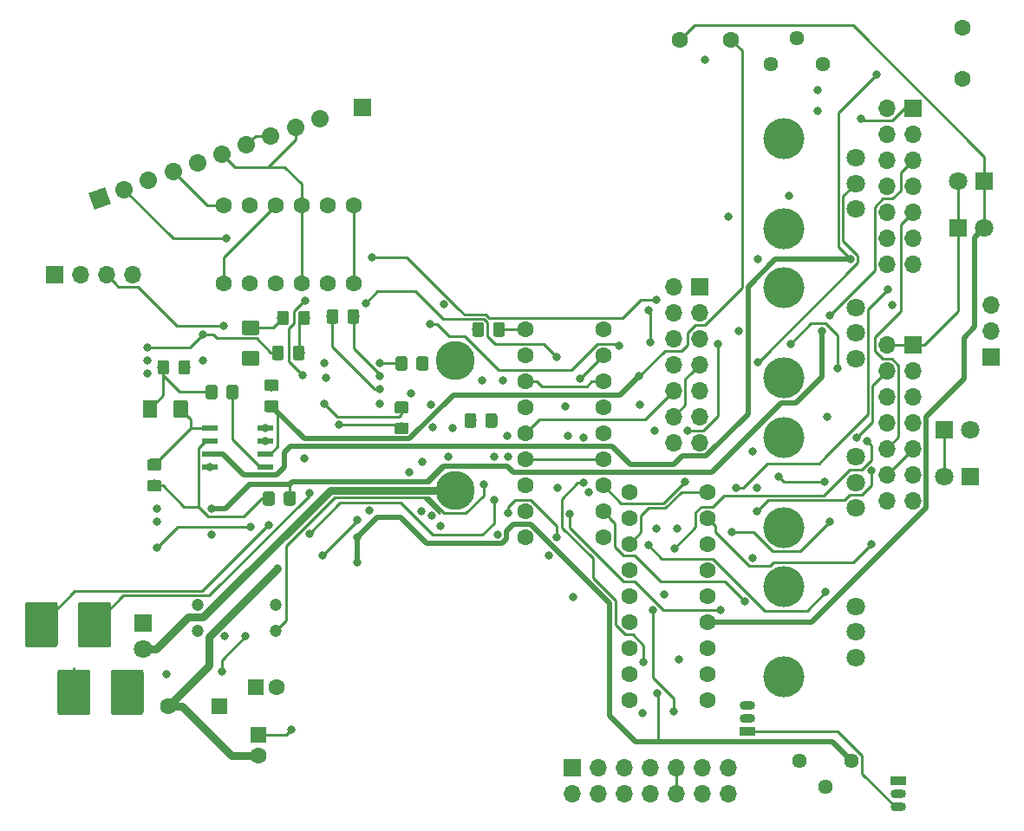
<source format=gbr>
G04 #@! TF.GenerationSoftware,KiCad,Pcbnew,(5.0.0)*
G04 #@! TF.CreationDate,2018-10-11T16:46:39-05:00*
G04 #@! TF.ProjectId,FinalDistCircuit,46696E616C4469737443697263756974,rev?*
G04 #@! TF.SameCoordinates,Original*
G04 #@! TF.FileFunction,Copper,L1,Top,Signal*
G04 #@! TF.FilePolarity,Positive*
%FSLAX46Y46*%
G04 Gerber Fmt 4.6, Leading zero omitted, Abs format (unit mm)*
G04 Created by KiCad (PCBNEW (5.0.0)) date 10/11/18 16:46:39*
%MOMM*%
%LPD*%
G01*
G04 APERTURE LIST*
G04 #@! TA.AperFunction,ComponentPad*
%ADD10O,1.700000X1.700000*%
G04 #@! TD*
G04 #@! TA.AperFunction,ComponentPad*
%ADD11R,1.700000X1.700000*%
G04 #@! TD*
G04 #@! TA.AperFunction,WasherPad*
%ADD12C,4.000000*%
G04 #@! TD*
G04 #@! TA.AperFunction,ComponentPad*
%ADD13C,1.800000*%
G04 #@! TD*
G04 #@! TA.AperFunction,ComponentPad*
%ADD14R,1.600000X1.600000*%
G04 #@! TD*
G04 #@! TA.AperFunction,ComponentPad*
%ADD15C,1.600000*%
G04 #@! TD*
G04 #@! TA.AperFunction,ComponentPad*
%ADD16C,3.810000*%
G04 #@! TD*
G04 #@! TA.AperFunction,ComponentPad*
%ADD17C,1.700000*%
G04 #@! TD*
G04 #@! TA.AperFunction,Conductor*
%ADD18C,1.700000*%
G04 #@! TD*
G04 #@! TA.AperFunction,Conductor*
%ADD19C,0.100000*%
G04 #@! TD*
G04 #@! TA.AperFunction,ComponentPad*
%ADD20C,1.440000*%
G04 #@! TD*
G04 #@! TA.AperFunction,SMDPad,CuDef*
%ADD21C,1.425000*%
G04 #@! TD*
G04 #@! TA.AperFunction,SMDPad,CuDef*
%ADD22C,3.200000*%
G04 #@! TD*
G04 #@! TA.AperFunction,SMDPad,CuDef*
%ADD23C,1.150000*%
G04 #@! TD*
G04 #@! TA.AperFunction,ComponentPad*
%ADD24R,1.800000X1.800000*%
G04 #@! TD*
G04 #@! TA.AperFunction,ComponentPad*
%ADD25O,1.500000X0.900000*%
G04 #@! TD*
G04 #@! TA.AperFunction,ComponentPad*
%ADD26R,1.500000X0.900000*%
G04 #@! TD*
G04 #@! TA.AperFunction,ComponentPad*
%ADD27C,1.200000*%
G04 #@! TD*
G04 #@! TA.AperFunction,SMDPad,CuDef*
%ADD28R,1.550000X0.600000*%
G04 #@! TD*
G04 #@! TA.AperFunction,ViaPad*
%ADD29C,0.800000*%
G04 #@! TD*
G04 #@! TA.AperFunction,Conductor*
%ADD30C,0.250000*%
G04 #@! TD*
G04 #@! TA.AperFunction,Conductor*
%ADD31C,0.750000*%
G04 #@! TD*
G04 #@! TA.AperFunction,Conductor*
%ADD32C,0.500000*%
G04 #@! TD*
G04 APERTURE END LIST*
D10*
G04 #@! TO.P,NeckTonePot1,14*
G04 #@! TO.N,Net-(NeckTonePot1-Pad14)*
X239776000Y-49911000D03*
G04 #@! TO.P,NeckTonePot1,13*
G04 #@! TO.N,BRGRN2*
X242316000Y-49911000D03*
G04 #@! TO.P,NeckTonePot1,12*
G04 #@! TO.N,Net-(NeckTonePot1-Pad12)*
X239776000Y-47371000D03*
G04 #@! TO.P,NeckTonePot1,11*
G04 #@! TO.N,NBLACK*
X242316000Y-47371000D03*
G04 #@! TO.P,NeckTonePot1,10*
G04 #@! TO.N,Net-(BridgeVolPot1-Pad8)*
X239776000Y-44831000D03*
G04 #@! TO.P,NeckTonePot1,9*
G04 #@! TO.N,Net-(BridgeTonePot1-Pad10)*
X242316000Y-44831000D03*
G04 #@! TO.P,NeckTonePot1,8*
G04 #@! TO.N,BRRED2*
X239776000Y-42291000D03*
G04 #@! TO.P,NeckTonePot1,7*
G04 #@! TO.N,Net-(NeckTonePot1-Pad7)*
X242316000Y-42291000D03*
G04 #@! TO.P,NeckTonePot1,6*
G04 #@! TO.N,Net-(NeckTonePot1-Pad6)*
X239776000Y-39751000D03*
G04 #@! TO.P,NeckTonePot1,5*
G04 #@! TO.N,NTONEIN*
X242316000Y-39751000D03*
G04 #@! TO.P,NeckTonePot1,4*
G04 #@! TO.N,Net-(C27-Pad1)*
X239776000Y-37211000D03*
G04 #@! TO.P,NeckTonePot1,3*
G04 #@! TO.N,PRESOUT*
X242316000Y-37211000D03*
G04 #@! TO.P,NeckTonePot1,2*
X239776000Y-34671000D03*
D11*
G04 #@! TO.P,NeckTonePot1,1*
G04 #@! TO.N,PRESIN*
X242316000Y-34671000D03*
G04 #@! TD*
D12*
G04 #@! TO.P,BASS,*
G04 #@! TO.N,*
X229728000Y-81412000D03*
X229728000Y-90212000D03*
D13*
G04 #@! TO.P,BASS,1*
G04 #@! TO.N,BRGRN2*
X236728000Y-83312000D03*
G04 #@! TO.P,BASS,2*
X236728000Y-85812000D03*
G04 #@! TO.P,BASS,3*
G04 #@! TO.N,Net-(BASS1-Pad3)*
X236728000Y-88312000D03*
G04 #@! TD*
D14*
G04 #@! TO.P,C10,1*
G04 #@! TO.N,Net-(C10-Pad1)*
X174625000Y-93091000D03*
D15*
G04 #@! TO.P,C10,2*
G04 #@! TO.N,BRGRN2*
X169625000Y-93091000D03*
G04 #@! TD*
D16*
G04 #@! TO.P,9V1,1*
G04 #@! TO.N,Net-(9V1-Pad1)*
X197612000Y-71945500D03*
G04 #@! TO.P,9V1,2*
G04 #@! TO.N,PWRGND*
X197612001Y-59245499D03*
G04 #@! TD*
D10*
G04 #@! TO.P,Jack1,3*
G04 #@! TO.N,BRGRN2*
X249936000Y-53848000D03*
G04 #@! TO.P,Jack1,2*
G04 #@! TO.N,FinalOut*
X249936000Y-56388000D03*
D11*
G04 #@! TO.P,Jack1,1*
G04 #@! TO.N,PWRGND*
X249936000Y-58928000D03*
G04 #@! TD*
D17*
G04 #@! TO.P,PickupInputs1,10*
G04 #@! TO.N,BRGRN2*
X184422373Y-35615420D03*
D18*
G04 #@! TD*
G04 #@! TO.N,BRGRN2*
G04 #@! TO.C,PickupInputs1*
X184422373Y-35615420D02*
X184422373Y-35615420D01*
D17*
G04 #@! TO.P,PickupInputs1,9*
G04 #@! TO.N,NGRN*
X182035554Y-36484151D03*
D18*
G04 #@! TD*
G04 #@! TO.N,NGRN*
G04 #@! TO.C,PickupInputs1*
X182035554Y-36484151D02*
X182035554Y-36484151D01*
D17*
G04 #@! TO.P,PickupInputs1,8*
G04 #@! TO.N,NBLACK*
X179648735Y-37352882D03*
D18*
G04 #@! TD*
G04 #@! TO.N,NBLACK*
G04 #@! TO.C,PickupInputs1*
X179648735Y-37352882D02*
X179648735Y-37352882D01*
D17*
G04 #@! TO.P,PickupInputs1,7*
G04 #@! TO.N,NBLACK*
X177261916Y-38221613D03*
D18*
G04 #@! TD*
G04 #@! TO.N,NBLACK*
G04 #@! TO.C,PickupInputs1*
X177261916Y-38221613D02*
X177261916Y-38221613D01*
D17*
G04 #@! TO.P,PickupInputs1,6*
G04 #@! TO.N,NGRN*
X174875096Y-39090344D03*
D18*
G04 #@! TD*
G04 #@! TO.N,NGRN*
G04 #@! TO.C,PickupInputs1*
X174875096Y-39090344D02*
X174875096Y-39090344D01*
D17*
G04 #@! TO.P,PickupInputs1,5*
G04 #@! TO.N,BRGRN2*
X172488277Y-39959075D03*
D18*
G04 #@! TD*
G04 #@! TO.N,BRGRN2*
G04 #@! TO.C,PickupInputs1*
X172488277Y-39959075D02*
X172488277Y-39959075D01*
D17*
G04 #@! TO.P,PickupInputs1,4*
G04 #@! TO.N,BRGRN*
X170101458Y-40827807D03*
D18*
G04 #@! TD*
G04 #@! TO.N,BRGRN*
G04 #@! TO.C,PickupInputs1*
X170101458Y-40827807D02*
X170101458Y-40827807D01*
D17*
G04 #@! TO.P,PickupInputs1,3*
G04 #@! TO.N,BRWHT*
X167714639Y-41696538D03*
D18*
G04 #@! TD*
G04 #@! TO.N,BRWHT*
G04 #@! TO.C,PickupInputs1*
X167714639Y-41696538D02*
X167714639Y-41696538D01*
D17*
G04 #@! TO.P,PickupInputs1,2*
G04 #@! TO.N,BRBLACK*
X165327819Y-42565269D03*
D18*
G04 #@! TD*
G04 #@! TO.N,BRBLACK*
G04 #@! TO.C,PickupInputs1*
X165327819Y-42565269D02*
X165327819Y-42565269D01*
D17*
G04 #@! TO.P,PickupInputs1,1*
G04 #@! TO.N,BRRED*
X162941000Y-43434000D03*
D19*
G04 #@! TD*
G04 #@! TO.N,BRRED*
G04 #@! TO.C,PickupInputs1*
G36*
X164030456Y-43942022D02*
X162432978Y-44523456D01*
X161851544Y-42925978D01*
X163449022Y-42344544D01*
X164030456Y-43942022D01*
X164030456Y-43942022D01*
G37*
D11*
G04 #@! TO.P,BridgeTonePot1,1*
G04 #@! TO.N,GAINPOTOUT*
X242316000Y-57785000D03*
D10*
G04 #@! TO.P,BridgeTonePot1,2*
X239776000Y-57785000D03*
G04 #@! TO.P,BridgeTonePot1,3*
G04 #@! TO.N,BRTONEGANG2IN*
X242316000Y-60325000D03*
G04 #@! TO.P,BridgeTonePot1,4*
G04 #@! TO.N,BRTONEGANG1OUT*
X239776000Y-60325000D03*
G04 #@! TO.P,BridgeTonePot1,5*
G04 #@! TO.N,BTONEIN*
X242316000Y-62865000D03*
G04 #@! TO.P,BridgeTonePot1,6*
G04 #@! TO.N,BRTONEGANG1IN*
X239776000Y-62865000D03*
G04 #@! TO.P,BridgeTonePot1,7*
G04 #@! TO.N,BRGRN2*
X242316000Y-65405000D03*
G04 #@! TO.P,BridgeTonePot1,8*
G04 #@! TO.N,BRBLACK*
X239776000Y-65405000D03*
G04 #@! TO.P,BridgeTonePot1,9*
G04 #@! TO.N,Net-(BridgeTonePot1-Pad12)*
X242316000Y-67945000D03*
G04 #@! TO.P,BridgeTonePot1,10*
G04 #@! TO.N,Net-(BridgeTonePot1-Pad10)*
X239776000Y-67945000D03*
G04 #@! TO.P,BridgeTonePot1,11*
G04 #@! TO.N,BRWHT*
X242316000Y-70485000D03*
G04 #@! TO.P,BridgeTonePot1,12*
G04 #@! TO.N,Net-(BridgeTonePot1-Pad12)*
X239776000Y-70485000D03*
G04 #@! TO.P,BridgeTonePot1,13*
G04 #@! TO.N,BRGRN2*
X242316000Y-73025000D03*
G04 #@! TO.P,BridgeTonePot1,14*
G04 #@! TO.N,Net-(BridgeTonePot1-Pad14)*
X239776000Y-73025000D03*
G04 #@! TD*
D15*
G04 #@! TO.P,6pdt2,18*
G04 #@! TO.N,Net-(6pdt2-Pad18)*
X222250000Y-92456000D03*
G04 #@! TO.P,6pdt2,17*
G04 #@! TO.N,Net-(6pdt2-Pad17)*
X214630000Y-92456000D03*
G04 #@! TO.P,6pdt2,16*
G04 #@! TO.N,Net-(6pdt2-Pad16)*
X222250000Y-89916000D03*
G04 #@! TO.P,6pdt2,15*
G04 #@! TO.N,Net-(6pdt2-Pad15)*
X214630000Y-89916000D03*
G04 #@! TO.P,6pdt2,14*
G04 #@! TO.N,Net-(6pdt2-Pad14)*
X222250000Y-87376000D03*
G04 #@! TO.P,6pdt2,13*
G04 #@! TO.N,Net-(6pdt2-Pad13)*
X214630000Y-87376000D03*
G04 #@! TO.P,6pdt2,12*
G04 #@! TO.N,GAINSTAGEPOTIN*
X222250000Y-84836000D03*
G04 #@! TO.P,6pdt2,11*
G04 #@! TO.N,BRTONEGANG2IN*
X214630000Y-84836000D03*
G04 #@! TO.P,6pdt2,10*
G04 #@! TO.N,BRTONEGANG1IN*
X222250000Y-82296000D03*
G04 #@! TO.P,6pdt2,9*
G04 #@! TO.N,BRTONEGANG1OUT*
X214630000Y-82296000D03*
G04 #@! TO.P,6pdt2,8*
G04 #@! TO.N,Net-(6pdt2-Pad8)*
X222250000Y-79756000D03*
G04 #@! TO.P,6pdt2,7*
G04 #@! TO.N,BRTONECAPIN*
X214630000Y-79756000D03*
G04 #@! TO.P,6pdt2,6*
G04 #@! TO.N,ODout*
X222250000Y-77216000D03*
G04 #@! TO.P,6pdt2,5*
G04 #@! TO.N,OUT*
X214630000Y-77216000D03*
G04 #@! TO.P,6pdt2,4*
G04 #@! TO.N,FinalOut*
X222250000Y-74676000D03*
G04 #@! TO.P,6pdt2,3*
G04 #@! TO.N,ODin*
X214630000Y-74676000D03*
G04 #@! TO.P,6pdt2,2*
G04 #@! TO.N,OUT*
X222250000Y-72136000D03*
G04 #@! TO.P,6pdt2,1*
G04 #@! TO.N,BRGRN2*
X214630000Y-72136000D03*
G04 #@! TD*
D20*
G04 #@! TO.P,TRANGAIN1,3*
G04 #@! TO.N,Net-(R13-Pad1)*
X236347000Y-98425000D03*
G04 #@! TO.P,TRANGAIN1,2*
G04 #@! TO.N,Net-(C8-Pad1)*
X233807000Y-100965000D03*
G04 #@! TO.P,TRANGAIN1,1*
X231267000Y-98425000D03*
G04 #@! TD*
D10*
G04 #@! TO.P,3WaySwitch1,4*
G04 #@! TO.N,BROUT*
X166116000Y-50927000D03*
G04 #@! TO.P,3WaySwitch1,3*
G04 #@! TO.N,OUT*
X163576000Y-50927000D03*
G04 #@! TO.P,3WaySwitch1,2*
G04 #@! TO.N,NOUT*
X161036000Y-50927000D03*
D11*
G04 #@! TO.P,3WaySwitch1,1*
G04 #@! TO.N,BRGRN2*
X158496000Y-50927000D03*
G04 #@! TD*
D15*
G04 #@! TO.P,4pdt1,1*
G04 #@! TO.N,BRRED*
X175006000Y-51752500D03*
G04 #@! TO.P,4pdt1,2*
G04 #@! TO.N,BRRED2*
X177546000Y-51752500D03*
G04 #@! TO.P,4pdt1,3*
G04 #@! TO.N,BRGRN*
X180086000Y-51752500D03*
G04 #@! TO.P,4pdt1,4*
G04 #@! TO.N,NGRN*
X182626000Y-51752500D03*
G04 #@! TO.P,4pdt1,5*
G04 #@! TO.N,NRED2*
X185166000Y-51752500D03*
G04 #@! TO.P,4pdt1,6*
G04 #@! TO.N,Net-(4pdt1-Pad6)*
X187706000Y-51752500D03*
G04 #@! TO.P,4pdt1,7*
X187706000Y-44132500D03*
G04 #@! TO.P,4pdt1,8*
G04 #@! TO.N,NGRN2*
X185166000Y-44132500D03*
G04 #@! TO.P,4pdt1,9*
G04 #@! TO.N,NGRN*
X182626000Y-44132500D03*
G04 #@! TO.P,4pdt1,10*
G04 #@! TO.N,BRRED*
X180086000Y-44132500D03*
G04 #@! TO.P,4pdt1,11*
G04 #@! TO.N,BRGRN2*
X177546000Y-44132500D03*
G04 #@! TO.P,4pdt1,12*
G04 #@! TO.N,BRGRN*
X175006000Y-44132500D03*
G04 #@! TD*
G04 #@! TO.P,6pdt1,1*
G04 #@! TO.N,BVOUTTRAD*
X204470000Y-56261000D03*
G04 #@! TO.P,6pdt1,2*
G04 #@! TO.N,BVINTRAD*
X212090000Y-56261000D03*
G04 #@! TO.P,6pdt1,3*
G04 #@! TO.N,BVOUT*
X204470000Y-58801000D03*
G04 #@! TO.P,6pdt1,4*
G04 #@! TO.N,BRRED2*
X212090000Y-58801000D03*
G04 #@! TO.P,6pdt1,5*
G04 #@! TO.N,Net-(6pdt1-Pad5)*
X204470000Y-61341000D03*
G04 #@! TO.P,6pdt1,6*
X212090000Y-61341000D03*
G04 #@! TO.P,6pdt1,7*
G04 #@! TO.N,NVOUTTRAD*
X204470000Y-63881000D03*
G04 #@! TO.P,6pdt1,8*
G04 #@! TO.N,NVINTRAD*
X212090000Y-63881000D03*
G04 #@! TO.P,6pdt1,9*
G04 #@! TO.N,NOUT*
X204470000Y-66421000D03*
G04 #@! TO.P,6pdt1,10*
G04 #@! TO.N,NTONE*
X212090000Y-66421000D03*
G04 #@! TO.P,6pdt1,11*
G04 #@! TO.N,Net-(6pdt1-Pad11)*
X204470000Y-68961000D03*
G04 #@! TO.P,6pdt1,12*
X212090000Y-68961000D03*
G04 #@! TO.P,6pdt1,13*
G04 #@! TO.N,BRRED2*
X204470000Y-71501000D03*
G04 #@! TO.P,6pdt1,14*
G04 #@! TO.N,NTONEIN*
X212090000Y-71501000D03*
G04 #@! TO.P,6pdt1,15*
G04 #@! TO.N,BTONEIN*
X204470000Y-74041000D03*
G04 #@! TO.P,6pdt1,16*
G04 #@! TO.N,NTONE*
X212090000Y-74041000D03*
G04 #@! TO.P,6pdt1,17*
G04 #@! TO.N,BRTONEGANG1OUT*
X204470000Y-76581000D03*
G04 #@! TO.P,6pdt1,18*
G04 #@! TO.N,Net-(6pdt1-Pad18)*
X212090000Y-76581000D03*
G04 #@! TD*
D10*
G04 #@! TO.P,BridgeVolPot1,14*
G04 #@! TO.N,Net-(BridgeVolPot1-Pad14)*
X218948000Y-67310000D03*
G04 #@! TO.P,BridgeVolPot1,13*
G04 #@! TO.N,BRGRN2*
X221488000Y-67310000D03*
G04 #@! TO.P,BridgeVolPot1,12*
G04 #@! TO.N,BVOUT*
X218948000Y-64770000D03*
G04 #@! TO.P,BridgeVolPot1,11*
G04 #@! TO.N,BROUT*
X221488000Y-64770000D03*
G04 #@! TO.P,BridgeVolPot1,10*
G04 #@! TO.N,NOUT*
X218948000Y-62230000D03*
G04 #@! TO.P,BridgeVolPot1,9*
G04 #@! TO.N,BRGRN2*
X221488000Y-62230000D03*
G04 #@! TO.P,BridgeVolPot1,8*
G04 #@! TO.N,Net-(BridgeVolPot1-Pad8)*
X218948000Y-59690000D03*
G04 #@! TO.P,BridgeVolPot1,7*
G04 #@! TO.N,BVOUT*
X221488000Y-59690000D03*
G04 #@! TO.P,BridgeVolPot1,6*
G04 #@! TO.N,BVINTRAD*
X218948000Y-57150000D03*
G04 #@! TO.P,BridgeVolPot1,5*
G04 #@! TO.N,BVOUTTRAD*
X221488000Y-57150000D03*
G04 #@! TO.P,BridgeVolPot1,4*
G04 #@! TO.N,BRGRN2*
X218948000Y-54610000D03*
G04 #@! TO.P,BridgeVolPot1,3*
G04 #@! TO.N,ODin*
X221488000Y-54610000D03*
G04 #@! TO.P,BridgeVolPot1,2*
G04 #@! TO.N,MASTEROUT*
X218948000Y-52070000D03*
D11*
G04 #@! TO.P,BridgeVolPot1,1*
G04 #@! TO.N,BRGRN2*
X221488000Y-52070000D03*
G04 #@! TD*
D15*
G04 #@! TO.P,C2,1*
G04 #@! TO.N,Net-(C2-Pad1)*
X247142000Y-26797000D03*
G04 #@! TO.P,C2,2*
G04 #@! TO.N,BRGRN2*
X247142000Y-31797000D03*
G04 #@! TD*
D19*
G04 #@! TO.N,Net-(C3-Pad1)*
G04 #@! TO.C,C3*
G36*
X168327004Y-63134204D02*
X168351273Y-63137804D01*
X168375071Y-63143765D01*
X168398171Y-63152030D01*
X168420349Y-63162520D01*
X168441393Y-63175133D01*
X168461098Y-63189747D01*
X168479277Y-63206223D01*
X168495753Y-63224402D01*
X168510367Y-63244107D01*
X168522980Y-63265151D01*
X168533470Y-63287329D01*
X168541735Y-63310429D01*
X168547696Y-63334227D01*
X168551296Y-63358496D01*
X168552500Y-63383000D01*
X168552500Y-64633000D01*
X168551296Y-64657504D01*
X168547696Y-64681773D01*
X168541735Y-64705571D01*
X168533470Y-64728671D01*
X168522980Y-64750849D01*
X168510367Y-64771893D01*
X168495753Y-64791598D01*
X168479277Y-64809777D01*
X168461098Y-64826253D01*
X168441393Y-64840867D01*
X168420349Y-64853480D01*
X168398171Y-64863970D01*
X168375071Y-64872235D01*
X168351273Y-64878196D01*
X168327004Y-64881796D01*
X168302500Y-64883000D01*
X167377500Y-64883000D01*
X167352996Y-64881796D01*
X167328727Y-64878196D01*
X167304929Y-64872235D01*
X167281829Y-64863970D01*
X167259651Y-64853480D01*
X167238607Y-64840867D01*
X167218902Y-64826253D01*
X167200723Y-64809777D01*
X167184247Y-64791598D01*
X167169633Y-64771893D01*
X167157020Y-64750849D01*
X167146530Y-64728671D01*
X167138265Y-64705571D01*
X167132304Y-64681773D01*
X167128704Y-64657504D01*
X167127500Y-64633000D01*
X167127500Y-63383000D01*
X167128704Y-63358496D01*
X167132304Y-63334227D01*
X167138265Y-63310429D01*
X167146530Y-63287329D01*
X167157020Y-63265151D01*
X167169633Y-63244107D01*
X167184247Y-63224402D01*
X167200723Y-63206223D01*
X167218902Y-63189747D01*
X167238607Y-63175133D01*
X167259651Y-63162520D01*
X167281829Y-63152030D01*
X167304929Y-63143765D01*
X167328727Y-63137804D01*
X167352996Y-63134204D01*
X167377500Y-63133000D01*
X168302500Y-63133000D01*
X168327004Y-63134204D01*
X168327004Y-63134204D01*
G37*
D21*
G04 #@! TD*
G04 #@! TO.P,C3,1*
G04 #@! TO.N,Net-(C3-Pad1)*
X167840000Y-64008000D03*
D19*
G04 #@! TO.N,Net-(C3-Pad2)*
G04 #@! TO.C,C3*
G36*
X171302004Y-63134204D02*
X171326273Y-63137804D01*
X171350071Y-63143765D01*
X171373171Y-63152030D01*
X171395349Y-63162520D01*
X171416393Y-63175133D01*
X171436098Y-63189747D01*
X171454277Y-63206223D01*
X171470753Y-63224402D01*
X171485367Y-63244107D01*
X171497980Y-63265151D01*
X171508470Y-63287329D01*
X171516735Y-63310429D01*
X171522696Y-63334227D01*
X171526296Y-63358496D01*
X171527500Y-63383000D01*
X171527500Y-64633000D01*
X171526296Y-64657504D01*
X171522696Y-64681773D01*
X171516735Y-64705571D01*
X171508470Y-64728671D01*
X171497980Y-64750849D01*
X171485367Y-64771893D01*
X171470753Y-64791598D01*
X171454277Y-64809777D01*
X171436098Y-64826253D01*
X171416393Y-64840867D01*
X171395349Y-64853480D01*
X171373171Y-64863970D01*
X171350071Y-64872235D01*
X171326273Y-64878196D01*
X171302004Y-64881796D01*
X171277500Y-64883000D01*
X170352500Y-64883000D01*
X170327996Y-64881796D01*
X170303727Y-64878196D01*
X170279929Y-64872235D01*
X170256829Y-64863970D01*
X170234651Y-64853480D01*
X170213607Y-64840867D01*
X170193902Y-64826253D01*
X170175723Y-64809777D01*
X170159247Y-64791598D01*
X170144633Y-64771893D01*
X170132020Y-64750849D01*
X170121530Y-64728671D01*
X170113265Y-64705571D01*
X170107304Y-64681773D01*
X170103704Y-64657504D01*
X170102500Y-64633000D01*
X170102500Y-63383000D01*
X170103704Y-63358496D01*
X170107304Y-63334227D01*
X170113265Y-63310429D01*
X170121530Y-63287329D01*
X170132020Y-63265151D01*
X170144633Y-63244107D01*
X170159247Y-63224402D01*
X170175723Y-63206223D01*
X170193902Y-63189747D01*
X170213607Y-63175133D01*
X170234651Y-63162520D01*
X170256829Y-63152030D01*
X170279929Y-63143765D01*
X170303727Y-63137804D01*
X170327996Y-63134204D01*
X170352500Y-63133000D01*
X171277500Y-63133000D01*
X171302004Y-63134204D01*
X171302004Y-63134204D01*
G37*
D21*
G04 #@! TD*
G04 #@! TO.P,C3,2*
G04 #@! TO.N,Net-(C3-Pad2)*
X170815000Y-64008000D03*
D15*
G04 #@! TO.P,C6,2*
G04 #@! TO.N,Net-(C6-Pad2)*
X224583000Y-27940000D03*
G04 #@! TO.P,C6,1*
G04 #@! TO.N,GAINSTAGEPOTIN*
X219583000Y-27940000D03*
G04 #@! TD*
D14*
G04 #@! TO.P,C14,1*
G04 #@! TO.N,Net-(C14-Pad1)*
X178435000Y-95885000D03*
D15*
G04 #@! TO.P,C14,2*
G04 #@! TO.N,BRGRN2*
X178435000Y-97885000D03*
G04 #@! TD*
D19*
G04 #@! TO.N,Net-(C17-Pad2)*
G04 #@! TO.C,C17*
G36*
X178322504Y-58343704D02*
X178346773Y-58347304D01*
X178370571Y-58353265D01*
X178393671Y-58361530D01*
X178415849Y-58372020D01*
X178436893Y-58384633D01*
X178456598Y-58399247D01*
X178474777Y-58415723D01*
X178491253Y-58433902D01*
X178505867Y-58453607D01*
X178518480Y-58474651D01*
X178528970Y-58496829D01*
X178537235Y-58519929D01*
X178543196Y-58543727D01*
X178546796Y-58567996D01*
X178548000Y-58592500D01*
X178548000Y-59517500D01*
X178546796Y-59542004D01*
X178543196Y-59566273D01*
X178537235Y-59590071D01*
X178528970Y-59613171D01*
X178518480Y-59635349D01*
X178505867Y-59656393D01*
X178491253Y-59676098D01*
X178474777Y-59694277D01*
X178456598Y-59710753D01*
X178436893Y-59725367D01*
X178415849Y-59737980D01*
X178393671Y-59748470D01*
X178370571Y-59756735D01*
X178346773Y-59762696D01*
X178322504Y-59766296D01*
X178298000Y-59767500D01*
X177048000Y-59767500D01*
X177023496Y-59766296D01*
X176999227Y-59762696D01*
X176975429Y-59756735D01*
X176952329Y-59748470D01*
X176930151Y-59737980D01*
X176909107Y-59725367D01*
X176889402Y-59710753D01*
X176871223Y-59694277D01*
X176854747Y-59676098D01*
X176840133Y-59656393D01*
X176827520Y-59635349D01*
X176817030Y-59613171D01*
X176808765Y-59590071D01*
X176802804Y-59566273D01*
X176799204Y-59542004D01*
X176798000Y-59517500D01*
X176798000Y-58592500D01*
X176799204Y-58567996D01*
X176802804Y-58543727D01*
X176808765Y-58519929D01*
X176817030Y-58496829D01*
X176827520Y-58474651D01*
X176840133Y-58453607D01*
X176854747Y-58433902D01*
X176871223Y-58415723D01*
X176889402Y-58399247D01*
X176909107Y-58384633D01*
X176930151Y-58372020D01*
X176952329Y-58361530D01*
X176975429Y-58353265D01*
X176999227Y-58347304D01*
X177023496Y-58343704D01*
X177048000Y-58342500D01*
X178298000Y-58342500D01*
X178322504Y-58343704D01*
X178322504Y-58343704D01*
G37*
D21*
G04 #@! TD*
G04 #@! TO.P,C17,2*
G04 #@! TO.N,Net-(C17-Pad2)*
X177673000Y-59055000D03*
D19*
G04 #@! TO.N,Net-(C17-Pad1)*
G04 #@! TO.C,C17*
G36*
X178322504Y-55368704D02*
X178346773Y-55372304D01*
X178370571Y-55378265D01*
X178393671Y-55386530D01*
X178415849Y-55397020D01*
X178436893Y-55409633D01*
X178456598Y-55424247D01*
X178474777Y-55440723D01*
X178491253Y-55458902D01*
X178505867Y-55478607D01*
X178518480Y-55499651D01*
X178528970Y-55521829D01*
X178537235Y-55544929D01*
X178543196Y-55568727D01*
X178546796Y-55592996D01*
X178548000Y-55617500D01*
X178548000Y-56542500D01*
X178546796Y-56567004D01*
X178543196Y-56591273D01*
X178537235Y-56615071D01*
X178528970Y-56638171D01*
X178518480Y-56660349D01*
X178505867Y-56681393D01*
X178491253Y-56701098D01*
X178474777Y-56719277D01*
X178456598Y-56735753D01*
X178436893Y-56750367D01*
X178415849Y-56762980D01*
X178393671Y-56773470D01*
X178370571Y-56781735D01*
X178346773Y-56787696D01*
X178322504Y-56791296D01*
X178298000Y-56792500D01*
X177048000Y-56792500D01*
X177023496Y-56791296D01*
X176999227Y-56787696D01*
X176975429Y-56781735D01*
X176952329Y-56773470D01*
X176930151Y-56762980D01*
X176909107Y-56750367D01*
X176889402Y-56735753D01*
X176871223Y-56719277D01*
X176854747Y-56701098D01*
X176840133Y-56681393D01*
X176827520Y-56660349D01*
X176817030Y-56638171D01*
X176808765Y-56615071D01*
X176802804Y-56591273D01*
X176799204Y-56567004D01*
X176798000Y-56542500D01*
X176798000Y-55617500D01*
X176799204Y-55592996D01*
X176802804Y-55568727D01*
X176808765Y-55544929D01*
X176817030Y-55521829D01*
X176827520Y-55499651D01*
X176840133Y-55478607D01*
X176854747Y-55458902D01*
X176871223Y-55440723D01*
X176889402Y-55424247D01*
X176909107Y-55409633D01*
X176930151Y-55397020D01*
X176952329Y-55386530D01*
X176975429Y-55378265D01*
X176999227Y-55372304D01*
X177023496Y-55368704D01*
X177048000Y-55367500D01*
X178298000Y-55367500D01*
X178322504Y-55368704D01*
X178322504Y-55368704D01*
G37*
D21*
G04 #@! TD*
G04 #@! TO.P,C17,1*
G04 #@! TO.N,Net-(C17-Pad1)*
X177673000Y-56080000D03*
D19*
G04 #@! TO.N,Net-(BASS1-Pad3)*
G04 #@! TO.C,C18*
G36*
X158600504Y-82866204D02*
X158624773Y-82869804D01*
X158648571Y-82875765D01*
X158671671Y-82884030D01*
X158693849Y-82894520D01*
X158714893Y-82907133D01*
X158734598Y-82921747D01*
X158752777Y-82938223D01*
X158769253Y-82956402D01*
X158783867Y-82976107D01*
X158796480Y-82997151D01*
X158806970Y-83019329D01*
X158815235Y-83042429D01*
X158821196Y-83066227D01*
X158824796Y-83090496D01*
X158826000Y-83115000D01*
X158826000Y-87065000D01*
X158824796Y-87089504D01*
X158821196Y-87113773D01*
X158815235Y-87137571D01*
X158806970Y-87160671D01*
X158796480Y-87182849D01*
X158783867Y-87203893D01*
X158769253Y-87223598D01*
X158752777Y-87241777D01*
X158734598Y-87258253D01*
X158714893Y-87272867D01*
X158693849Y-87285480D01*
X158671671Y-87295970D01*
X158648571Y-87304235D01*
X158624773Y-87310196D01*
X158600504Y-87313796D01*
X158576000Y-87315000D01*
X155876000Y-87315000D01*
X155851496Y-87313796D01*
X155827227Y-87310196D01*
X155803429Y-87304235D01*
X155780329Y-87295970D01*
X155758151Y-87285480D01*
X155737107Y-87272867D01*
X155717402Y-87258253D01*
X155699223Y-87241777D01*
X155682747Y-87223598D01*
X155668133Y-87203893D01*
X155655520Y-87182849D01*
X155645030Y-87160671D01*
X155636765Y-87137571D01*
X155630804Y-87113773D01*
X155627204Y-87089504D01*
X155626000Y-87065000D01*
X155626000Y-83115000D01*
X155627204Y-83090496D01*
X155630804Y-83066227D01*
X155636765Y-83042429D01*
X155645030Y-83019329D01*
X155655520Y-82997151D01*
X155668133Y-82976107D01*
X155682747Y-82956402D01*
X155699223Y-82938223D01*
X155717402Y-82921747D01*
X155737107Y-82907133D01*
X155758151Y-82894520D01*
X155780329Y-82884030D01*
X155803429Y-82875765D01*
X155827227Y-82869804D01*
X155851496Y-82866204D01*
X155876000Y-82865000D01*
X158576000Y-82865000D01*
X158600504Y-82866204D01*
X158600504Y-82866204D01*
G37*
D22*
G04 #@! TD*
G04 #@! TO.P,C18,2*
G04 #@! TO.N,Net-(BASS1-Pad3)*
X157226000Y-85090000D03*
D19*
G04 #@! TO.N,Net-(C18-Pad1)*
G04 #@! TO.C,C18*
G36*
X163800504Y-82866204D02*
X163824773Y-82869804D01*
X163848571Y-82875765D01*
X163871671Y-82884030D01*
X163893849Y-82894520D01*
X163914893Y-82907133D01*
X163934598Y-82921747D01*
X163952777Y-82938223D01*
X163969253Y-82956402D01*
X163983867Y-82976107D01*
X163996480Y-82997151D01*
X164006970Y-83019329D01*
X164015235Y-83042429D01*
X164021196Y-83066227D01*
X164024796Y-83090496D01*
X164026000Y-83115000D01*
X164026000Y-87065000D01*
X164024796Y-87089504D01*
X164021196Y-87113773D01*
X164015235Y-87137571D01*
X164006970Y-87160671D01*
X163996480Y-87182849D01*
X163983867Y-87203893D01*
X163969253Y-87223598D01*
X163952777Y-87241777D01*
X163934598Y-87258253D01*
X163914893Y-87272867D01*
X163893849Y-87285480D01*
X163871671Y-87295970D01*
X163848571Y-87304235D01*
X163824773Y-87310196D01*
X163800504Y-87313796D01*
X163776000Y-87315000D01*
X161076000Y-87315000D01*
X161051496Y-87313796D01*
X161027227Y-87310196D01*
X161003429Y-87304235D01*
X160980329Y-87295970D01*
X160958151Y-87285480D01*
X160937107Y-87272867D01*
X160917402Y-87258253D01*
X160899223Y-87241777D01*
X160882747Y-87223598D01*
X160868133Y-87203893D01*
X160855520Y-87182849D01*
X160845030Y-87160671D01*
X160836765Y-87137571D01*
X160830804Y-87113773D01*
X160827204Y-87089504D01*
X160826000Y-87065000D01*
X160826000Y-83115000D01*
X160827204Y-83090496D01*
X160830804Y-83066227D01*
X160836765Y-83042429D01*
X160845030Y-83019329D01*
X160855520Y-82997151D01*
X160868133Y-82976107D01*
X160882747Y-82956402D01*
X160899223Y-82938223D01*
X160917402Y-82921747D01*
X160937107Y-82907133D01*
X160958151Y-82894520D01*
X160980329Y-82884030D01*
X161003429Y-82875765D01*
X161027227Y-82869804D01*
X161051496Y-82866204D01*
X161076000Y-82865000D01*
X163776000Y-82865000D01*
X163800504Y-82866204D01*
X163800504Y-82866204D01*
G37*
D22*
G04 #@! TD*
G04 #@! TO.P,C18,1*
G04 #@! TO.N,Net-(C18-Pad1)*
X162426000Y-85090000D03*
D15*
G04 #@! TO.P,C19,2*
G04 #@! TO.N,BRGRN2*
X180181000Y-91186000D03*
D14*
G04 #@! TO.P,C19,1*
G04 #@! TO.N,Net-(C19-Pad1)*
X178181000Y-91186000D03*
G04 #@! TD*
D19*
G04 #@! TO.N,ODMIDIN*
G04 #@! TO.C,C21*
G36*
X186005505Y-54292204D02*
X186029773Y-54295804D01*
X186053572Y-54301765D01*
X186076671Y-54310030D01*
X186098850Y-54320520D01*
X186119893Y-54333132D01*
X186139599Y-54347747D01*
X186157777Y-54364223D01*
X186174253Y-54382401D01*
X186188868Y-54402107D01*
X186201480Y-54423150D01*
X186211970Y-54445329D01*
X186220235Y-54468428D01*
X186226196Y-54492227D01*
X186229796Y-54516495D01*
X186231000Y-54540999D01*
X186231000Y-55441001D01*
X186229796Y-55465505D01*
X186226196Y-55489773D01*
X186220235Y-55513572D01*
X186211970Y-55536671D01*
X186201480Y-55558850D01*
X186188868Y-55579893D01*
X186174253Y-55599599D01*
X186157777Y-55617777D01*
X186139599Y-55634253D01*
X186119893Y-55648868D01*
X186098850Y-55661480D01*
X186076671Y-55671970D01*
X186053572Y-55680235D01*
X186029773Y-55686196D01*
X186005505Y-55689796D01*
X185981001Y-55691000D01*
X185330999Y-55691000D01*
X185306495Y-55689796D01*
X185282227Y-55686196D01*
X185258428Y-55680235D01*
X185235329Y-55671970D01*
X185213150Y-55661480D01*
X185192107Y-55648868D01*
X185172401Y-55634253D01*
X185154223Y-55617777D01*
X185137747Y-55599599D01*
X185123132Y-55579893D01*
X185110520Y-55558850D01*
X185100030Y-55536671D01*
X185091765Y-55513572D01*
X185085804Y-55489773D01*
X185082204Y-55465505D01*
X185081000Y-55441001D01*
X185081000Y-54540999D01*
X185082204Y-54516495D01*
X185085804Y-54492227D01*
X185091765Y-54468428D01*
X185100030Y-54445329D01*
X185110520Y-54423150D01*
X185123132Y-54402107D01*
X185137747Y-54382401D01*
X185154223Y-54364223D01*
X185172401Y-54347747D01*
X185192107Y-54333132D01*
X185213150Y-54320520D01*
X185235329Y-54310030D01*
X185258428Y-54301765D01*
X185282227Y-54295804D01*
X185306495Y-54292204D01*
X185330999Y-54291000D01*
X185981001Y-54291000D01*
X186005505Y-54292204D01*
X186005505Y-54292204D01*
G37*
D23*
G04 #@! TD*
G04 #@! TO.P,C21,1*
G04 #@! TO.N,ODMIDIN*
X185656000Y-54991000D03*
D19*
G04 #@! TO.N,Net-(C21-Pad2)*
G04 #@! TO.C,C21*
G36*
X188055505Y-54292204D02*
X188079773Y-54295804D01*
X188103572Y-54301765D01*
X188126671Y-54310030D01*
X188148850Y-54320520D01*
X188169893Y-54333132D01*
X188189599Y-54347747D01*
X188207777Y-54364223D01*
X188224253Y-54382401D01*
X188238868Y-54402107D01*
X188251480Y-54423150D01*
X188261970Y-54445329D01*
X188270235Y-54468428D01*
X188276196Y-54492227D01*
X188279796Y-54516495D01*
X188281000Y-54540999D01*
X188281000Y-55441001D01*
X188279796Y-55465505D01*
X188276196Y-55489773D01*
X188270235Y-55513572D01*
X188261970Y-55536671D01*
X188251480Y-55558850D01*
X188238868Y-55579893D01*
X188224253Y-55599599D01*
X188207777Y-55617777D01*
X188189599Y-55634253D01*
X188169893Y-55648868D01*
X188148850Y-55661480D01*
X188126671Y-55671970D01*
X188103572Y-55680235D01*
X188079773Y-55686196D01*
X188055505Y-55689796D01*
X188031001Y-55691000D01*
X187380999Y-55691000D01*
X187356495Y-55689796D01*
X187332227Y-55686196D01*
X187308428Y-55680235D01*
X187285329Y-55671970D01*
X187263150Y-55661480D01*
X187242107Y-55648868D01*
X187222401Y-55634253D01*
X187204223Y-55617777D01*
X187187747Y-55599599D01*
X187173132Y-55579893D01*
X187160520Y-55558850D01*
X187150030Y-55536671D01*
X187141765Y-55513572D01*
X187135804Y-55489773D01*
X187132204Y-55465505D01*
X187131000Y-55441001D01*
X187131000Y-54540999D01*
X187132204Y-54516495D01*
X187135804Y-54492227D01*
X187141765Y-54468428D01*
X187150030Y-54445329D01*
X187160520Y-54423150D01*
X187173132Y-54402107D01*
X187187747Y-54382401D01*
X187204223Y-54364223D01*
X187222401Y-54347747D01*
X187242107Y-54333132D01*
X187263150Y-54320520D01*
X187285329Y-54310030D01*
X187308428Y-54301765D01*
X187332227Y-54295804D01*
X187356495Y-54292204D01*
X187380999Y-54291000D01*
X188031001Y-54291000D01*
X188055505Y-54292204D01*
X188055505Y-54292204D01*
G37*
D23*
G04 #@! TD*
G04 #@! TO.P,C21,2*
G04 #@! TO.N,Net-(C21-Pad2)*
X187706000Y-54991000D03*
D19*
G04 #@! TO.N,Net-(C23-Pad1)*
G04 #@! TO.C,C23*
G36*
X166982504Y-89470204D02*
X167006773Y-89473804D01*
X167030571Y-89479765D01*
X167053671Y-89488030D01*
X167075849Y-89498520D01*
X167096893Y-89511133D01*
X167116598Y-89525747D01*
X167134777Y-89542223D01*
X167151253Y-89560402D01*
X167165867Y-89580107D01*
X167178480Y-89601151D01*
X167188970Y-89623329D01*
X167197235Y-89646429D01*
X167203196Y-89670227D01*
X167206796Y-89694496D01*
X167208000Y-89719000D01*
X167208000Y-93669000D01*
X167206796Y-93693504D01*
X167203196Y-93717773D01*
X167197235Y-93741571D01*
X167188970Y-93764671D01*
X167178480Y-93786849D01*
X167165867Y-93807893D01*
X167151253Y-93827598D01*
X167134777Y-93845777D01*
X167116598Y-93862253D01*
X167096893Y-93876867D01*
X167075849Y-93889480D01*
X167053671Y-93899970D01*
X167030571Y-93908235D01*
X167006773Y-93914196D01*
X166982504Y-93917796D01*
X166958000Y-93919000D01*
X164258000Y-93919000D01*
X164233496Y-93917796D01*
X164209227Y-93914196D01*
X164185429Y-93908235D01*
X164162329Y-93899970D01*
X164140151Y-93889480D01*
X164119107Y-93876867D01*
X164099402Y-93862253D01*
X164081223Y-93845777D01*
X164064747Y-93827598D01*
X164050133Y-93807893D01*
X164037520Y-93786849D01*
X164027030Y-93764671D01*
X164018765Y-93741571D01*
X164012804Y-93717773D01*
X164009204Y-93693504D01*
X164008000Y-93669000D01*
X164008000Y-89719000D01*
X164009204Y-89694496D01*
X164012804Y-89670227D01*
X164018765Y-89646429D01*
X164027030Y-89623329D01*
X164037520Y-89601151D01*
X164050133Y-89580107D01*
X164064747Y-89560402D01*
X164081223Y-89542223D01*
X164099402Y-89525747D01*
X164119107Y-89511133D01*
X164140151Y-89498520D01*
X164162329Y-89488030D01*
X164185429Y-89479765D01*
X164209227Y-89473804D01*
X164233496Y-89470204D01*
X164258000Y-89469000D01*
X166958000Y-89469000D01*
X166982504Y-89470204D01*
X166982504Y-89470204D01*
G37*
D22*
G04 #@! TD*
G04 #@! TO.P,C23,1*
G04 #@! TO.N,Net-(C23-Pad1)*
X165608000Y-91694000D03*
D19*
G04 #@! TO.N,ODMIDIN*
G04 #@! TO.C,C23*
G36*
X161782504Y-89470204D02*
X161806773Y-89473804D01*
X161830571Y-89479765D01*
X161853671Y-89488030D01*
X161875849Y-89498520D01*
X161896893Y-89511133D01*
X161916598Y-89525747D01*
X161934777Y-89542223D01*
X161951253Y-89560402D01*
X161965867Y-89580107D01*
X161978480Y-89601151D01*
X161988970Y-89623329D01*
X161997235Y-89646429D01*
X162003196Y-89670227D01*
X162006796Y-89694496D01*
X162008000Y-89719000D01*
X162008000Y-93669000D01*
X162006796Y-93693504D01*
X162003196Y-93717773D01*
X161997235Y-93741571D01*
X161988970Y-93764671D01*
X161978480Y-93786849D01*
X161965867Y-93807893D01*
X161951253Y-93827598D01*
X161934777Y-93845777D01*
X161916598Y-93862253D01*
X161896893Y-93876867D01*
X161875849Y-93889480D01*
X161853671Y-93899970D01*
X161830571Y-93908235D01*
X161806773Y-93914196D01*
X161782504Y-93917796D01*
X161758000Y-93919000D01*
X159058000Y-93919000D01*
X159033496Y-93917796D01*
X159009227Y-93914196D01*
X158985429Y-93908235D01*
X158962329Y-93899970D01*
X158940151Y-93889480D01*
X158919107Y-93876867D01*
X158899402Y-93862253D01*
X158881223Y-93845777D01*
X158864747Y-93827598D01*
X158850133Y-93807893D01*
X158837520Y-93786849D01*
X158827030Y-93764671D01*
X158818765Y-93741571D01*
X158812804Y-93717773D01*
X158809204Y-93693504D01*
X158808000Y-93669000D01*
X158808000Y-89719000D01*
X158809204Y-89694496D01*
X158812804Y-89670227D01*
X158818765Y-89646429D01*
X158827030Y-89623329D01*
X158837520Y-89601151D01*
X158850133Y-89580107D01*
X158864747Y-89560402D01*
X158881223Y-89542223D01*
X158899402Y-89525747D01*
X158919107Y-89511133D01*
X158940151Y-89498520D01*
X158962329Y-89488030D01*
X158985429Y-89479765D01*
X159009227Y-89473804D01*
X159033496Y-89470204D01*
X159058000Y-89469000D01*
X161758000Y-89469000D01*
X161782504Y-89470204D01*
X161782504Y-89470204D01*
G37*
D22*
G04 #@! TD*
G04 #@! TO.P,C23,2*
G04 #@! TO.N,ODMIDIN*
X160408000Y-91694000D03*
D19*
G04 #@! TO.N,NVINTRAD*
G04 #@! TO.C,C26*
G36*
X201526505Y-64452204D02*
X201550773Y-64455804D01*
X201574572Y-64461765D01*
X201597671Y-64470030D01*
X201619850Y-64480520D01*
X201640893Y-64493132D01*
X201660599Y-64507747D01*
X201678777Y-64524223D01*
X201695253Y-64542401D01*
X201709868Y-64562107D01*
X201722480Y-64583150D01*
X201732970Y-64605329D01*
X201741235Y-64628428D01*
X201747196Y-64652227D01*
X201750796Y-64676495D01*
X201752000Y-64700999D01*
X201752000Y-65601001D01*
X201750796Y-65625505D01*
X201747196Y-65649773D01*
X201741235Y-65673572D01*
X201732970Y-65696671D01*
X201722480Y-65718850D01*
X201709868Y-65739893D01*
X201695253Y-65759599D01*
X201678777Y-65777777D01*
X201660599Y-65794253D01*
X201640893Y-65808868D01*
X201619850Y-65821480D01*
X201597671Y-65831970D01*
X201574572Y-65840235D01*
X201550773Y-65846196D01*
X201526505Y-65849796D01*
X201502001Y-65851000D01*
X200851999Y-65851000D01*
X200827495Y-65849796D01*
X200803227Y-65846196D01*
X200779428Y-65840235D01*
X200756329Y-65831970D01*
X200734150Y-65821480D01*
X200713107Y-65808868D01*
X200693401Y-65794253D01*
X200675223Y-65777777D01*
X200658747Y-65759599D01*
X200644132Y-65739893D01*
X200631520Y-65718850D01*
X200621030Y-65696671D01*
X200612765Y-65673572D01*
X200606804Y-65649773D01*
X200603204Y-65625505D01*
X200602000Y-65601001D01*
X200602000Y-64700999D01*
X200603204Y-64676495D01*
X200606804Y-64652227D01*
X200612765Y-64628428D01*
X200621030Y-64605329D01*
X200631520Y-64583150D01*
X200644132Y-64562107D01*
X200658747Y-64542401D01*
X200675223Y-64524223D01*
X200693401Y-64507747D01*
X200713107Y-64493132D01*
X200734150Y-64480520D01*
X200756329Y-64470030D01*
X200779428Y-64461765D01*
X200803227Y-64455804D01*
X200827495Y-64452204D01*
X200851999Y-64451000D01*
X201502001Y-64451000D01*
X201526505Y-64452204D01*
X201526505Y-64452204D01*
G37*
D23*
G04 #@! TD*
G04 #@! TO.P,C26,1*
G04 #@! TO.N,NVINTRAD*
X201177000Y-65151000D03*
D19*
G04 #@! TO.N,Net-(C26-Pad2)*
G04 #@! TO.C,C26*
G36*
X199476505Y-64452204D02*
X199500773Y-64455804D01*
X199524572Y-64461765D01*
X199547671Y-64470030D01*
X199569850Y-64480520D01*
X199590893Y-64493132D01*
X199610599Y-64507747D01*
X199628777Y-64524223D01*
X199645253Y-64542401D01*
X199659868Y-64562107D01*
X199672480Y-64583150D01*
X199682970Y-64605329D01*
X199691235Y-64628428D01*
X199697196Y-64652227D01*
X199700796Y-64676495D01*
X199702000Y-64700999D01*
X199702000Y-65601001D01*
X199700796Y-65625505D01*
X199697196Y-65649773D01*
X199691235Y-65673572D01*
X199682970Y-65696671D01*
X199672480Y-65718850D01*
X199659868Y-65739893D01*
X199645253Y-65759599D01*
X199628777Y-65777777D01*
X199610599Y-65794253D01*
X199590893Y-65808868D01*
X199569850Y-65821480D01*
X199547671Y-65831970D01*
X199524572Y-65840235D01*
X199500773Y-65846196D01*
X199476505Y-65849796D01*
X199452001Y-65851000D01*
X198801999Y-65851000D01*
X198777495Y-65849796D01*
X198753227Y-65846196D01*
X198729428Y-65840235D01*
X198706329Y-65831970D01*
X198684150Y-65821480D01*
X198663107Y-65808868D01*
X198643401Y-65794253D01*
X198625223Y-65777777D01*
X198608747Y-65759599D01*
X198594132Y-65739893D01*
X198581520Y-65718850D01*
X198571030Y-65696671D01*
X198562765Y-65673572D01*
X198556804Y-65649773D01*
X198553204Y-65625505D01*
X198552000Y-65601001D01*
X198552000Y-64700999D01*
X198553204Y-64676495D01*
X198556804Y-64652227D01*
X198562765Y-64628428D01*
X198571030Y-64605329D01*
X198581520Y-64583150D01*
X198594132Y-64562107D01*
X198608747Y-64542401D01*
X198625223Y-64524223D01*
X198643401Y-64507747D01*
X198663107Y-64493132D01*
X198684150Y-64480520D01*
X198706329Y-64470030D01*
X198729428Y-64461765D01*
X198753227Y-64455804D01*
X198777495Y-64452204D01*
X198801999Y-64451000D01*
X199452001Y-64451000D01*
X199476505Y-64452204D01*
X199476505Y-64452204D01*
G37*
D23*
G04 #@! TD*
G04 #@! TO.P,C26,2*
G04 #@! TO.N,Net-(C26-Pad2)*
X199127000Y-65151000D03*
D24*
G04 #@! TO.P,D1,1*
G04 #@! TO.N,GAINPOTOUT*
X246761000Y-46355000D03*
D13*
G04 #@! TO.P,D1,2*
G04 #@! TO.N,GAINSTAGEPOTIN*
X249301000Y-46355000D03*
G04 #@! TD*
G04 #@! TO.P,D2,2*
G04 #@! TO.N,GAINPOTOUT*
X246761000Y-41783000D03*
D24*
G04 #@! TO.P,D2,1*
G04 #@! TO.N,GAINSTAGEPOTIN*
X249301000Y-41783000D03*
G04 #@! TD*
G04 #@! TO.P,D3,1*
G04 #@! TO.N,Net-(D3-Pad1)*
X167132000Y-84963000D03*
D13*
G04 #@! TO.P,D3,2*
G04 #@! TO.N,Net-(9V1-Pad1)*
X167132000Y-87503000D03*
G04 #@! TD*
D24*
G04 #@! TO.P,D4,1*
G04 #@! TO.N,Net-(C13-Pad1)*
X245364000Y-66040000D03*
D13*
G04 #@! TO.P,D4,2*
G04 #@! TO.N,Vref2*
X247904000Y-66040000D03*
G04 #@! TD*
G04 #@! TO.P,D5,2*
G04 #@! TO.N,Net-(C13-Pad1)*
X245364000Y-70612000D03*
D24*
G04 #@! TO.P,D5,1*
G04 #@! TO.N,Vref2*
X247904000Y-70612000D03*
G04 #@! TD*
D11*
G04 #@! TO.P,GROUNDBRIDGE1,1*
G04 #@! TO.N,BRGRN2*
X188595000Y-34544000D03*
G04 #@! TD*
G04 #@! TO.P,NeckVolumePot1,1*
G04 #@! TO.N,ODMIDGND*
X209042000Y-99060000D03*
D10*
G04 #@! TO.P,NeckVolumePot1,2*
G04 #@! TO.N,ODMIDOUT*
X209042000Y-101600000D03*
G04 #@! TO.P,NeckVolumePot1,3*
G04 #@! TO.N,ODMIDIN*
X211582000Y-99060000D03*
G04 #@! TO.P,NeckVolumePot1,4*
G04 #@! TO.N,Net-(BridgeVolPot1-Pad8)*
X211582000Y-101600000D03*
G04 #@! TO.P,NeckVolumePot1,5*
G04 #@! TO.N,NVOUTTRAD*
X214122000Y-99060000D03*
G04 #@! TO.P,NeckVolumePot1,6*
G04 #@! TO.N,NVINTRAD*
X214122000Y-101600000D03*
G04 #@! TO.P,NeckVolumePot1,7*
G04 #@! TO.N,Net-(BridgeVolPot1-Pad8)*
X216662000Y-99060000D03*
G04 #@! TO.P,NeckVolumePot1,8*
G04 #@! TO.N,NRED2*
X216662000Y-101600000D03*
G04 #@! TO.P,NeckVolumePot1,9*
G04 #@! TO.N,NTONE*
X219202000Y-99060000D03*
G04 #@! TO.P,NeckVolumePot1,10*
X219202000Y-101600000D03*
G04 #@! TO.P,NeckVolumePot1,11*
G04 #@! TO.N,NGRN2*
X221742000Y-99060000D03*
G04 #@! TO.P,NeckVolumePot1,12*
G04 #@! TO.N,Net-(BridgeVolPot1-Pad8)*
X221742000Y-101600000D03*
G04 #@! TO.P,NeckVolumePot1,13*
G04 #@! TO.N,BRGRN2*
X224282000Y-99060000D03*
G04 #@! TO.P,NeckVolumePot1,14*
G04 #@! TO.N,Net-(NeckVolumePot1-Pad14)*
X224282000Y-101600000D03*
G04 #@! TD*
D25*
G04 #@! TO.P,Q1,2*
G04 #@! TO.N,Net-(Q1-Pad2)*
X240919000Y-101600000D03*
G04 #@! TO.P,Q1,3*
G04 #@! TO.N,Net-(C8-Pad2)*
X240919000Y-102870000D03*
D26*
G04 #@! TO.P,Q1,1*
G04 #@! TO.N,Net-(C8-Pad1)*
X240919000Y-100330000D03*
G04 #@! TD*
D25*
G04 #@! TO.P,Q2,2*
G04 #@! TO.N,Net-(Q2-Pad2)*
X226187000Y-94234000D03*
G04 #@! TO.P,Q2,3*
G04 #@! TO.N,Net-(C8-Pad1)*
X226187000Y-92964000D03*
D26*
G04 #@! TO.P,Q2,1*
G04 #@! TO.N,Net-(C8-Pad2)*
X226187000Y-95504000D03*
G04 #@! TD*
D19*
G04 #@! TO.N,BVOUTTRAD*
G04 #@! TO.C,R4*
G36*
X202279505Y-55562204D02*
X202303773Y-55565804D01*
X202327572Y-55571765D01*
X202350671Y-55580030D01*
X202372850Y-55590520D01*
X202393893Y-55603132D01*
X202413599Y-55617747D01*
X202431777Y-55634223D01*
X202448253Y-55652401D01*
X202462868Y-55672107D01*
X202475480Y-55693150D01*
X202485970Y-55715329D01*
X202494235Y-55738428D01*
X202500196Y-55762227D01*
X202503796Y-55786495D01*
X202505000Y-55810999D01*
X202505000Y-56711001D01*
X202503796Y-56735505D01*
X202500196Y-56759773D01*
X202494235Y-56783572D01*
X202485970Y-56806671D01*
X202475480Y-56828850D01*
X202462868Y-56849893D01*
X202448253Y-56869599D01*
X202431777Y-56887777D01*
X202413599Y-56904253D01*
X202393893Y-56918868D01*
X202372850Y-56931480D01*
X202350671Y-56941970D01*
X202327572Y-56950235D01*
X202303773Y-56956196D01*
X202279505Y-56959796D01*
X202255001Y-56961000D01*
X201604999Y-56961000D01*
X201580495Y-56959796D01*
X201556227Y-56956196D01*
X201532428Y-56950235D01*
X201509329Y-56941970D01*
X201487150Y-56931480D01*
X201466107Y-56918868D01*
X201446401Y-56904253D01*
X201428223Y-56887777D01*
X201411747Y-56869599D01*
X201397132Y-56849893D01*
X201384520Y-56828850D01*
X201374030Y-56806671D01*
X201365765Y-56783572D01*
X201359804Y-56759773D01*
X201356204Y-56735505D01*
X201355000Y-56711001D01*
X201355000Y-55810999D01*
X201356204Y-55786495D01*
X201359804Y-55762227D01*
X201365765Y-55738428D01*
X201374030Y-55715329D01*
X201384520Y-55693150D01*
X201397132Y-55672107D01*
X201411747Y-55652401D01*
X201428223Y-55634223D01*
X201446401Y-55617747D01*
X201466107Y-55603132D01*
X201487150Y-55590520D01*
X201509329Y-55580030D01*
X201532428Y-55571765D01*
X201556227Y-55565804D01*
X201580495Y-55562204D01*
X201604999Y-55561000D01*
X202255001Y-55561000D01*
X202279505Y-55562204D01*
X202279505Y-55562204D01*
G37*
D23*
G04 #@! TD*
G04 #@! TO.P,R4,2*
G04 #@! TO.N,BVOUTTRAD*
X201930000Y-56261000D03*
D19*
G04 #@! TO.N,Net-(C25-Pad1)*
G04 #@! TO.C,R4*
G36*
X200229505Y-55562204D02*
X200253773Y-55565804D01*
X200277572Y-55571765D01*
X200300671Y-55580030D01*
X200322850Y-55590520D01*
X200343893Y-55603132D01*
X200363599Y-55617747D01*
X200381777Y-55634223D01*
X200398253Y-55652401D01*
X200412868Y-55672107D01*
X200425480Y-55693150D01*
X200435970Y-55715329D01*
X200444235Y-55738428D01*
X200450196Y-55762227D01*
X200453796Y-55786495D01*
X200455000Y-55810999D01*
X200455000Y-56711001D01*
X200453796Y-56735505D01*
X200450196Y-56759773D01*
X200444235Y-56783572D01*
X200435970Y-56806671D01*
X200425480Y-56828850D01*
X200412868Y-56849893D01*
X200398253Y-56869599D01*
X200381777Y-56887777D01*
X200363599Y-56904253D01*
X200343893Y-56918868D01*
X200322850Y-56931480D01*
X200300671Y-56941970D01*
X200277572Y-56950235D01*
X200253773Y-56956196D01*
X200229505Y-56959796D01*
X200205001Y-56961000D01*
X199554999Y-56961000D01*
X199530495Y-56959796D01*
X199506227Y-56956196D01*
X199482428Y-56950235D01*
X199459329Y-56941970D01*
X199437150Y-56931480D01*
X199416107Y-56918868D01*
X199396401Y-56904253D01*
X199378223Y-56887777D01*
X199361747Y-56869599D01*
X199347132Y-56849893D01*
X199334520Y-56828850D01*
X199324030Y-56806671D01*
X199315765Y-56783572D01*
X199309804Y-56759773D01*
X199306204Y-56735505D01*
X199305000Y-56711001D01*
X199305000Y-55810999D01*
X199306204Y-55786495D01*
X199309804Y-55762227D01*
X199315765Y-55738428D01*
X199324030Y-55715329D01*
X199334520Y-55693150D01*
X199347132Y-55672107D01*
X199361747Y-55652401D01*
X199378223Y-55634223D01*
X199396401Y-55617747D01*
X199416107Y-55603132D01*
X199437150Y-55590520D01*
X199459329Y-55580030D01*
X199482428Y-55571765D01*
X199506227Y-55565804D01*
X199530495Y-55562204D01*
X199554999Y-55561000D01*
X200205001Y-55561000D01*
X200229505Y-55562204D01*
X200229505Y-55562204D01*
G37*
D23*
G04 #@! TD*
G04 #@! TO.P,R4,1*
G04 #@! TO.N,Net-(C25-Pad1)*
X199880000Y-56261000D03*
D19*
G04 #@! TO.N,Net-(R15-Pad2)*
G04 #@! TO.C,R5*
G36*
X179791505Y-72063204D02*
X179815773Y-72066804D01*
X179839572Y-72072765D01*
X179862671Y-72081030D01*
X179884850Y-72091520D01*
X179905893Y-72104132D01*
X179925599Y-72118747D01*
X179943777Y-72135223D01*
X179960253Y-72153401D01*
X179974868Y-72173107D01*
X179987480Y-72194150D01*
X179997970Y-72216329D01*
X180006235Y-72239428D01*
X180012196Y-72263227D01*
X180015796Y-72287495D01*
X180017000Y-72311999D01*
X180017000Y-73212001D01*
X180015796Y-73236505D01*
X180012196Y-73260773D01*
X180006235Y-73284572D01*
X179997970Y-73307671D01*
X179987480Y-73329850D01*
X179974868Y-73350893D01*
X179960253Y-73370599D01*
X179943777Y-73388777D01*
X179925599Y-73405253D01*
X179905893Y-73419868D01*
X179884850Y-73432480D01*
X179862671Y-73442970D01*
X179839572Y-73451235D01*
X179815773Y-73457196D01*
X179791505Y-73460796D01*
X179767001Y-73462000D01*
X179116999Y-73462000D01*
X179092495Y-73460796D01*
X179068227Y-73457196D01*
X179044428Y-73451235D01*
X179021329Y-73442970D01*
X178999150Y-73432480D01*
X178978107Y-73419868D01*
X178958401Y-73405253D01*
X178940223Y-73388777D01*
X178923747Y-73370599D01*
X178909132Y-73350893D01*
X178896520Y-73329850D01*
X178886030Y-73307671D01*
X178877765Y-73284572D01*
X178871804Y-73260773D01*
X178868204Y-73236505D01*
X178867000Y-73212001D01*
X178867000Y-72311999D01*
X178868204Y-72287495D01*
X178871804Y-72263227D01*
X178877765Y-72239428D01*
X178886030Y-72216329D01*
X178896520Y-72194150D01*
X178909132Y-72173107D01*
X178923747Y-72153401D01*
X178940223Y-72135223D01*
X178958401Y-72118747D01*
X178978107Y-72104132D01*
X178999150Y-72091520D01*
X179021329Y-72081030D01*
X179044428Y-72072765D01*
X179068227Y-72066804D01*
X179092495Y-72063204D01*
X179116999Y-72062000D01*
X179767001Y-72062000D01*
X179791505Y-72063204D01*
X179791505Y-72063204D01*
G37*
D23*
G04 #@! TD*
G04 #@! TO.P,R5,1*
G04 #@! TO.N,Net-(R15-Pad2)*
X179442000Y-72762000D03*
D19*
G04 #@! TO.N,Vref*
G04 #@! TO.C,R5*
G36*
X181841505Y-72063204D02*
X181865773Y-72066804D01*
X181889572Y-72072765D01*
X181912671Y-72081030D01*
X181934850Y-72091520D01*
X181955893Y-72104132D01*
X181975599Y-72118747D01*
X181993777Y-72135223D01*
X182010253Y-72153401D01*
X182024868Y-72173107D01*
X182037480Y-72194150D01*
X182047970Y-72216329D01*
X182056235Y-72239428D01*
X182062196Y-72263227D01*
X182065796Y-72287495D01*
X182067000Y-72311999D01*
X182067000Y-73212001D01*
X182065796Y-73236505D01*
X182062196Y-73260773D01*
X182056235Y-73284572D01*
X182047970Y-73307671D01*
X182037480Y-73329850D01*
X182024868Y-73350893D01*
X182010253Y-73370599D01*
X181993777Y-73388777D01*
X181975599Y-73405253D01*
X181955893Y-73419868D01*
X181934850Y-73432480D01*
X181912671Y-73442970D01*
X181889572Y-73451235D01*
X181865773Y-73457196D01*
X181841505Y-73460796D01*
X181817001Y-73462000D01*
X181166999Y-73462000D01*
X181142495Y-73460796D01*
X181118227Y-73457196D01*
X181094428Y-73451235D01*
X181071329Y-73442970D01*
X181049150Y-73432480D01*
X181028107Y-73419868D01*
X181008401Y-73405253D01*
X180990223Y-73388777D01*
X180973747Y-73370599D01*
X180959132Y-73350893D01*
X180946520Y-73329850D01*
X180936030Y-73307671D01*
X180927765Y-73284572D01*
X180921804Y-73260773D01*
X180918204Y-73236505D01*
X180917000Y-73212001D01*
X180917000Y-72311999D01*
X180918204Y-72287495D01*
X180921804Y-72263227D01*
X180927765Y-72239428D01*
X180936030Y-72216329D01*
X180946520Y-72194150D01*
X180959132Y-72173107D01*
X180973747Y-72153401D01*
X180990223Y-72135223D01*
X181008401Y-72118747D01*
X181028107Y-72104132D01*
X181049150Y-72091520D01*
X181071329Y-72081030D01*
X181094428Y-72072765D01*
X181118227Y-72066804D01*
X181142495Y-72063204D01*
X181166999Y-72062000D01*
X181817001Y-72062000D01*
X181841505Y-72063204D01*
X181841505Y-72063204D01*
G37*
D23*
G04 #@! TD*
G04 #@! TO.P,R5,2*
G04 #@! TO.N,Vref*
X181492000Y-72762000D03*
D19*
G04 #@! TO.N,Net-(C3-Pad1)*
G04 #@! TO.C,R7*
G36*
X169495505Y-59245204D02*
X169519773Y-59248804D01*
X169543572Y-59254765D01*
X169566671Y-59263030D01*
X169588850Y-59273520D01*
X169609893Y-59286132D01*
X169629599Y-59300747D01*
X169647777Y-59317223D01*
X169664253Y-59335401D01*
X169678868Y-59355107D01*
X169691480Y-59376150D01*
X169701970Y-59398329D01*
X169710235Y-59421428D01*
X169716196Y-59445227D01*
X169719796Y-59469495D01*
X169721000Y-59493999D01*
X169721000Y-60394001D01*
X169719796Y-60418505D01*
X169716196Y-60442773D01*
X169710235Y-60466572D01*
X169701970Y-60489671D01*
X169691480Y-60511850D01*
X169678868Y-60532893D01*
X169664253Y-60552599D01*
X169647777Y-60570777D01*
X169629599Y-60587253D01*
X169609893Y-60601868D01*
X169588850Y-60614480D01*
X169566671Y-60624970D01*
X169543572Y-60633235D01*
X169519773Y-60639196D01*
X169495505Y-60642796D01*
X169471001Y-60644000D01*
X168820999Y-60644000D01*
X168796495Y-60642796D01*
X168772227Y-60639196D01*
X168748428Y-60633235D01*
X168725329Y-60624970D01*
X168703150Y-60614480D01*
X168682107Y-60601868D01*
X168662401Y-60587253D01*
X168644223Y-60570777D01*
X168627747Y-60552599D01*
X168613132Y-60532893D01*
X168600520Y-60511850D01*
X168590030Y-60489671D01*
X168581765Y-60466572D01*
X168575804Y-60442773D01*
X168572204Y-60418505D01*
X168571000Y-60394001D01*
X168571000Y-59493999D01*
X168572204Y-59469495D01*
X168575804Y-59445227D01*
X168581765Y-59421428D01*
X168590030Y-59398329D01*
X168600520Y-59376150D01*
X168613132Y-59355107D01*
X168627747Y-59335401D01*
X168644223Y-59317223D01*
X168662401Y-59300747D01*
X168682107Y-59286132D01*
X168703150Y-59273520D01*
X168725329Y-59263030D01*
X168748428Y-59254765D01*
X168772227Y-59248804D01*
X168796495Y-59245204D01*
X168820999Y-59244000D01*
X169471001Y-59244000D01*
X169495505Y-59245204D01*
X169495505Y-59245204D01*
G37*
D23*
G04 #@! TD*
G04 #@! TO.P,R7,1*
G04 #@! TO.N,Net-(C3-Pad1)*
X169146000Y-59944000D03*
D19*
G04 #@! TO.N,Net-(R7-Pad2)*
G04 #@! TO.C,R7*
G36*
X171545505Y-59245204D02*
X171569773Y-59248804D01*
X171593572Y-59254765D01*
X171616671Y-59263030D01*
X171638850Y-59273520D01*
X171659893Y-59286132D01*
X171679599Y-59300747D01*
X171697777Y-59317223D01*
X171714253Y-59335401D01*
X171728868Y-59355107D01*
X171741480Y-59376150D01*
X171751970Y-59398329D01*
X171760235Y-59421428D01*
X171766196Y-59445227D01*
X171769796Y-59469495D01*
X171771000Y-59493999D01*
X171771000Y-60394001D01*
X171769796Y-60418505D01*
X171766196Y-60442773D01*
X171760235Y-60466572D01*
X171751970Y-60489671D01*
X171741480Y-60511850D01*
X171728868Y-60532893D01*
X171714253Y-60552599D01*
X171697777Y-60570777D01*
X171679599Y-60587253D01*
X171659893Y-60601868D01*
X171638850Y-60614480D01*
X171616671Y-60624970D01*
X171593572Y-60633235D01*
X171569773Y-60639196D01*
X171545505Y-60642796D01*
X171521001Y-60644000D01*
X170870999Y-60644000D01*
X170846495Y-60642796D01*
X170822227Y-60639196D01*
X170798428Y-60633235D01*
X170775329Y-60624970D01*
X170753150Y-60614480D01*
X170732107Y-60601868D01*
X170712401Y-60587253D01*
X170694223Y-60570777D01*
X170677747Y-60552599D01*
X170663132Y-60532893D01*
X170650520Y-60511850D01*
X170640030Y-60489671D01*
X170631765Y-60466572D01*
X170625804Y-60442773D01*
X170622204Y-60418505D01*
X170621000Y-60394001D01*
X170621000Y-59493999D01*
X170622204Y-59469495D01*
X170625804Y-59445227D01*
X170631765Y-59421428D01*
X170640030Y-59398329D01*
X170650520Y-59376150D01*
X170663132Y-59355107D01*
X170677747Y-59335401D01*
X170694223Y-59317223D01*
X170712401Y-59300747D01*
X170732107Y-59286132D01*
X170753150Y-59273520D01*
X170775329Y-59263030D01*
X170798428Y-59254765D01*
X170822227Y-59248804D01*
X170846495Y-59245204D01*
X170870999Y-59244000D01*
X171521001Y-59244000D01*
X171545505Y-59245204D01*
X171545505Y-59245204D01*
G37*
D23*
G04 #@! TD*
G04 #@! TO.P,R7,2*
G04 #@! TO.N,Net-(R7-Pad2)*
X171196000Y-59944000D03*
D19*
G04 #@! TO.N,Net-(C3-Pad1)*
G04 #@! TO.C,R8*
G36*
X174194505Y-61658204D02*
X174218773Y-61661804D01*
X174242572Y-61667765D01*
X174265671Y-61676030D01*
X174287850Y-61686520D01*
X174308893Y-61699132D01*
X174328599Y-61713747D01*
X174346777Y-61730223D01*
X174363253Y-61748401D01*
X174377868Y-61768107D01*
X174390480Y-61789150D01*
X174400970Y-61811329D01*
X174409235Y-61834428D01*
X174415196Y-61858227D01*
X174418796Y-61882495D01*
X174420000Y-61906999D01*
X174420000Y-62807001D01*
X174418796Y-62831505D01*
X174415196Y-62855773D01*
X174409235Y-62879572D01*
X174400970Y-62902671D01*
X174390480Y-62924850D01*
X174377868Y-62945893D01*
X174363253Y-62965599D01*
X174346777Y-62983777D01*
X174328599Y-63000253D01*
X174308893Y-63014868D01*
X174287850Y-63027480D01*
X174265671Y-63037970D01*
X174242572Y-63046235D01*
X174218773Y-63052196D01*
X174194505Y-63055796D01*
X174170001Y-63057000D01*
X173519999Y-63057000D01*
X173495495Y-63055796D01*
X173471227Y-63052196D01*
X173447428Y-63046235D01*
X173424329Y-63037970D01*
X173402150Y-63027480D01*
X173381107Y-63014868D01*
X173361401Y-63000253D01*
X173343223Y-62983777D01*
X173326747Y-62965599D01*
X173312132Y-62945893D01*
X173299520Y-62924850D01*
X173289030Y-62902671D01*
X173280765Y-62879572D01*
X173274804Y-62855773D01*
X173271204Y-62831505D01*
X173270000Y-62807001D01*
X173270000Y-61906999D01*
X173271204Y-61882495D01*
X173274804Y-61858227D01*
X173280765Y-61834428D01*
X173289030Y-61811329D01*
X173299520Y-61789150D01*
X173312132Y-61768107D01*
X173326747Y-61748401D01*
X173343223Y-61730223D01*
X173361401Y-61713747D01*
X173381107Y-61699132D01*
X173402150Y-61686520D01*
X173424329Y-61676030D01*
X173447428Y-61667765D01*
X173471227Y-61661804D01*
X173495495Y-61658204D01*
X173519999Y-61657000D01*
X174170001Y-61657000D01*
X174194505Y-61658204D01*
X174194505Y-61658204D01*
G37*
D23*
G04 #@! TD*
G04 #@! TO.P,R8,2*
G04 #@! TO.N,Net-(C3-Pad1)*
X173845000Y-62357000D03*
D19*
G04 #@! TO.N,Net-(C4-Pad1)*
G04 #@! TO.C,R8*
G36*
X176244505Y-61658204D02*
X176268773Y-61661804D01*
X176292572Y-61667765D01*
X176315671Y-61676030D01*
X176337850Y-61686520D01*
X176358893Y-61699132D01*
X176378599Y-61713747D01*
X176396777Y-61730223D01*
X176413253Y-61748401D01*
X176427868Y-61768107D01*
X176440480Y-61789150D01*
X176450970Y-61811329D01*
X176459235Y-61834428D01*
X176465196Y-61858227D01*
X176468796Y-61882495D01*
X176470000Y-61906999D01*
X176470000Y-62807001D01*
X176468796Y-62831505D01*
X176465196Y-62855773D01*
X176459235Y-62879572D01*
X176450970Y-62902671D01*
X176440480Y-62924850D01*
X176427868Y-62945893D01*
X176413253Y-62965599D01*
X176396777Y-62983777D01*
X176378599Y-63000253D01*
X176358893Y-63014868D01*
X176337850Y-63027480D01*
X176315671Y-63037970D01*
X176292572Y-63046235D01*
X176268773Y-63052196D01*
X176244505Y-63055796D01*
X176220001Y-63057000D01*
X175569999Y-63057000D01*
X175545495Y-63055796D01*
X175521227Y-63052196D01*
X175497428Y-63046235D01*
X175474329Y-63037970D01*
X175452150Y-63027480D01*
X175431107Y-63014868D01*
X175411401Y-63000253D01*
X175393223Y-62983777D01*
X175376747Y-62965599D01*
X175362132Y-62945893D01*
X175349520Y-62924850D01*
X175339030Y-62902671D01*
X175330765Y-62879572D01*
X175324804Y-62855773D01*
X175321204Y-62831505D01*
X175320000Y-62807001D01*
X175320000Y-61906999D01*
X175321204Y-61882495D01*
X175324804Y-61858227D01*
X175330765Y-61834428D01*
X175339030Y-61811329D01*
X175349520Y-61789150D01*
X175362132Y-61768107D01*
X175376747Y-61748401D01*
X175393223Y-61730223D01*
X175411401Y-61713747D01*
X175431107Y-61699132D01*
X175452150Y-61686520D01*
X175474329Y-61676030D01*
X175497428Y-61667765D01*
X175521227Y-61661804D01*
X175545495Y-61658204D01*
X175569999Y-61657000D01*
X176220001Y-61657000D01*
X176244505Y-61658204D01*
X176244505Y-61658204D01*
G37*
D23*
G04 #@! TD*
G04 #@! TO.P,R8,1*
G04 #@! TO.N,Net-(C4-Pad1)*
X175895000Y-62357000D03*
D19*
G04 #@! TO.N,Net-(C5-Pad1)*
G04 #@! TO.C,R9*
G36*
X180179505Y-61130204D02*
X180203773Y-61133804D01*
X180227572Y-61139765D01*
X180250671Y-61148030D01*
X180272850Y-61158520D01*
X180293893Y-61171132D01*
X180313599Y-61185747D01*
X180331777Y-61202223D01*
X180348253Y-61220401D01*
X180362868Y-61240107D01*
X180375480Y-61261150D01*
X180385970Y-61283329D01*
X180394235Y-61306428D01*
X180400196Y-61330227D01*
X180403796Y-61354495D01*
X180405000Y-61378999D01*
X180405000Y-62029001D01*
X180403796Y-62053505D01*
X180400196Y-62077773D01*
X180394235Y-62101572D01*
X180385970Y-62124671D01*
X180375480Y-62146850D01*
X180362868Y-62167893D01*
X180348253Y-62187599D01*
X180331777Y-62205777D01*
X180313599Y-62222253D01*
X180293893Y-62236868D01*
X180272850Y-62249480D01*
X180250671Y-62259970D01*
X180227572Y-62268235D01*
X180203773Y-62274196D01*
X180179505Y-62277796D01*
X180155001Y-62279000D01*
X179254999Y-62279000D01*
X179230495Y-62277796D01*
X179206227Y-62274196D01*
X179182428Y-62268235D01*
X179159329Y-62259970D01*
X179137150Y-62249480D01*
X179116107Y-62236868D01*
X179096401Y-62222253D01*
X179078223Y-62205777D01*
X179061747Y-62187599D01*
X179047132Y-62167893D01*
X179034520Y-62146850D01*
X179024030Y-62124671D01*
X179015765Y-62101572D01*
X179009804Y-62077773D01*
X179006204Y-62053505D01*
X179005000Y-62029001D01*
X179005000Y-61378999D01*
X179006204Y-61354495D01*
X179009804Y-61330227D01*
X179015765Y-61306428D01*
X179024030Y-61283329D01*
X179034520Y-61261150D01*
X179047132Y-61240107D01*
X179061747Y-61220401D01*
X179078223Y-61202223D01*
X179096401Y-61185747D01*
X179116107Y-61171132D01*
X179137150Y-61158520D01*
X179159329Y-61148030D01*
X179182428Y-61139765D01*
X179206227Y-61133804D01*
X179230495Y-61130204D01*
X179254999Y-61129000D01*
X180155001Y-61129000D01*
X180179505Y-61130204D01*
X180179505Y-61130204D01*
G37*
D23*
G04 #@! TD*
G04 #@! TO.P,R9,2*
G04 #@! TO.N,Net-(C5-Pad1)*
X179705000Y-61704000D03*
D19*
G04 #@! TO.N,Net-(C6-Pad2)*
G04 #@! TO.C,R9*
G36*
X180179505Y-63180204D02*
X180203773Y-63183804D01*
X180227572Y-63189765D01*
X180250671Y-63198030D01*
X180272850Y-63208520D01*
X180293893Y-63221132D01*
X180313599Y-63235747D01*
X180331777Y-63252223D01*
X180348253Y-63270401D01*
X180362868Y-63290107D01*
X180375480Y-63311150D01*
X180385970Y-63333329D01*
X180394235Y-63356428D01*
X180400196Y-63380227D01*
X180403796Y-63404495D01*
X180405000Y-63428999D01*
X180405000Y-64079001D01*
X180403796Y-64103505D01*
X180400196Y-64127773D01*
X180394235Y-64151572D01*
X180385970Y-64174671D01*
X180375480Y-64196850D01*
X180362868Y-64217893D01*
X180348253Y-64237599D01*
X180331777Y-64255777D01*
X180313599Y-64272253D01*
X180293893Y-64286868D01*
X180272850Y-64299480D01*
X180250671Y-64309970D01*
X180227572Y-64318235D01*
X180203773Y-64324196D01*
X180179505Y-64327796D01*
X180155001Y-64329000D01*
X179254999Y-64329000D01*
X179230495Y-64327796D01*
X179206227Y-64324196D01*
X179182428Y-64318235D01*
X179159329Y-64309970D01*
X179137150Y-64299480D01*
X179116107Y-64286868D01*
X179096401Y-64272253D01*
X179078223Y-64255777D01*
X179061747Y-64237599D01*
X179047132Y-64217893D01*
X179034520Y-64196850D01*
X179024030Y-64174671D01*
X179015765Y-64151572D01*
X179009804Y-64127773D01*
X179006204Y-64103505D01*
X179005000Y-64079001D01*
X179005000Y-63428999D01*
X179006204Y-63404495D01*
X179009804Y-63380227D01*
X179015765Y-63356428D01*
X179024030Y-63333329D01*
X179034520Y-63311150D01*
X179047132Y-63290107D01*
X179061747Y-63270401D01*
X179078223Y-63252223D01*
X179096401Y-63235747D01*
X179116107Y-63221132D01*
X179137150Y-63208520D01*
X179159329Y-63198030D01*
X179182428Y-63189765D01*
X179206227Y-63183804D01*
X179230495Y-63180204D01*
X179254999Y-63179000D01*
X180155001Y-63179000D01*
X180179505Y-63180204D01*
X180179505Y-63180204D01*
G37*
D23*
G04 #@! TD*
G04 #@! TO.P,R9,1*
G04 #@! TO.N,Net-(C6-Pad2)*
X179705000Y-63754000D03*
D19*
G04 #@! TO.N,Net-(C3-Pad2)*
G04 #@! TO.C,R15*
G36*
X168749505Y-68886204D02*
X168773773Y-68889804D01*
X168797572Y-68895765D01*
X168820671Y-68904030D01*
X168842850Y-68914520D01*
X168863893Y-68927132D01*
X168883599Y-68941747D01*
X168901777Y-68958223D01*
X168918253Y-68976401D01*
X168932868Y-68996107D01*
X168945480Y-69017150D01*
X168955970Y-69039329D01*
X168964235Y-69062428D01*
X168970196Y-69086227D01*
X168973796Y-69110495D01*
X168975000Y-69134999D01*
X168975000Y-69785001D01*
X168973796Y-69809505D01*
X168970196Y-69833773D01*
X168964235Y-69857572D01*
X168955970Y-69880671D01*
X168945480Y-69902850D01*
X168932868Y-69923893D01*
X168918253Y-69943599D01*
X168901777Y-69961777D01*
X168883599Y-69978253D01*
X168863893Y-69992868D01*
X168842850Y-70005480D01*
X168820671Y-70015970D01*
X168797572Y-70024235D01*
X168773773Y-70030196D01*
X168749505Y-70033796D01*
X168725001Y-70035000D01*
X167824999Y-70035000D01*
X167800495Y-70033796D01*
X167776227Y-70030196D01*
X167752428Y-70024235D01*
X167729329Y-70015970D01*
X167707150Y-70005480D01*
X167686107Y-69992868D01*
X167666401Y-69978253D01*
X167648223Y-69961777D01*
X167631747Y-69943599D01*
X167617132Y-69923893D01*
X167604520Y-69902850D01*
X167594030Y-69880671D01*
X167585765Y-69857572D01*
X167579804Y-69833773D01*
X167576204Y-69809505D01*
X167575000Y-69785001D01*
X167575000Y-69134999D01*
X167576204Y-69110495D01*
X167579804Y-69086227D01*
X167585765Y-69062428D01*
X167594030Y-69039329D01*
X167604520Y-69017150D01*
X167617132Y-68996107D01*
X167631747Y-68976401D01*
X167648223Y-68958223D01*
X167666401Y-68941747D01*
X167686107Y-68927132D01*
X167707150Y-68914520D01*
X167729329Y-68904030D01*
X167752428Y-68895765D01*
X167776227Y-68889804D01*
X167800495Y-68886204D01*
X167824999Y-68885000D01*
X168725001Y-68885000D01*
X168749505Y-68886204D01*
X168749505Y-68886204D01*
G37*
D23*
G04 #@! TD*
G04 #@! TO.P,R15,1*
G04 #@! TO.N,Net-(C3-Pad2)*
X168275000Y-69460000D03*
D19*
G04 #@! TO.N,Net-(R15-Pad2)*
G04 #@! TO.C,R15*
G36*
X168749505Y-70936204D02*
X168773773Y-70939804D01*
X168797572Y-70945765D01*
X168820671Y-70954030D01*
X168842850Y-70964520D01*
X168863893Y-70977132D01*
X168883599Y-70991747D01*
X168901777Y-71008223D01*
X168918253Y-71026401D01*
X168932868Y-71046107D01*
X168945480Y-71067150D01*
X168955970Y-71089329D01*
X168964235Y-71112428D01*
X168970196Y-71136227D01*
X168973796Y-71160495D01*
X168975000Y-71184999D01*
X168975000Y-71835001D01*
X168973796Y-71859505D01*
X168970196Y-71883773D01*
X168964235Y-71907572D01*
X168955970Y-71930671D01*
X168945480Y-71952850D01*
X168932868Y-71973893D01*
X168918253Y-71993599D01*
X168901777Y-72011777D01*
X168883599Y-72028253D01*
X168863893Y-72042868D01*
X168842850Y-72055480D01*
X168820671Y-72065970D01*
X168797572Y-72074235D01*
X168773773Y-72080196D01*
X168749505Y-72083796D01*
X168725001Y-72085000D01*
X167824999Y-72085000D01*
X167800495Y-72083796D01*
X167776227Y-72080196D01*
X167752428Y-72074235D01*
X167729329Y-72065970D01*
X167707150Y-72055480D01*
X167686107Y-72042868D01*
X167666401Y-72028253D01*
X167648223Y-72011777D01*
X167631747Y-71993599D01*
X167617132Y-71973893D01*
X167604520Y-71952850D01*
X167594030Y-71930671D01*
X167585765Y-71907572D01*
X167579804Y-71883773D01*
X167576204Y-71859505D01*
X167575000Y-71835001D01*
X167575000Y-71184999D01*
X167576204Y-71160495D01*
X167579804Y-71136227D01*
X167585765Y-71112428D01*
X167594030Y-71089329D01*
X167604520Y-71067150D01*
X167617132Y-71046107D01*
X167631747Y-71026401D01*
X167648223Y-71008223D01*
X167666401Y-70991747D01*
X167686107Y-70977132D01*
X167707150Y-70964520D01*
X167729329Y-70954030D01*
X167752428Y-70945765D01*
X167776227Y-70939804D01*
X167800495Y-70936204D01*
X167824999Y-70935000D01*
X168725001Y-70935000D01*
X168749505Y-70936204D01*
X168749505Y-70936204D01*
G37*
D23*
G04 #@! TD*
G04 #@! TO.P,R15,2*
G04 #@! TO.N,Net-(R15-Pad2)*
X168275000Y-71510000D03*
D19*
G04 #@! TO.N,Net-(C18-Pad1)*
G04 #@! TO.C,R26*
G36*
X192879505Y-65339204D02*
X192903773Y-65342804D01*
X192927572Y-65348765D01*
X192950671Y-65357030D01*
X192972850Y-65367520D01*
X192993893Y-65380132D01*
X193013599Y-65394747D01*
X193031777Y-65411223D01*
X193048253Y-65429401D01*
X193062868Y-65449107D01*
X193075480Y-65470150D01*
X193085970Y-65492329D01*
X193094235Y-65515428D01*
X193100196Y-65539227D01*
X193103796Y-65563495D01*
X193105000Y-65587999D01*
X193105000Y-66238001D01*
X193103796Y-66262505D01*
X193100196Y-66286773D01*
X193094235Y-66310572D01*
X193085970Y-66333671D01*
X193075480Y-66355850D01*
X193062868Y-66376893D01*
X193048253Y-66396599D01*
X193031777Y-66414777D01*
X193013599Y-66431253D01*
X192993893Y-66445868D01*
X192972850Y-66458480D01*
X192950671Y-66468970D01*
X192927572Y-66477235D01*
X192903773Y-66483196D01*
X192879505Y-66486796D01*
X192855001Y-66488000D01*
X191954999Y-66488000D01*
X191930495Y-66486796D01*
X191906227Y-66483196D01*
X191882428Y-66477235D01*
X191859329Y-66468970D01*
X191837150Y-66458480D01*
X191816107Y-66445868D01*
X191796401Y-66431253D01*
X191778223Y-66414777D01*
X191761747Y-66396599D01*
X191747132Y-66376893D01*
X191734520Y-66355850D01*
X191724030Y-66333671D01*
X191715765Y-66310572D01*
X191709804Y-66286773D01*
X191706204Y-66262505D01*
X191705000Y-66238001D01*
X191705000Y-65587999D01*
X191706204Y-65563495D01*
X191709804Y-65539227D01*
X191715765Y-65515428D01*
X191724030Y-65492329D01*
X191734520Y-65470150D01*
X191747132Y-65449107D01*
X191761747Y-65429401D01*
X191778223Y-65411223D01*
X191796401Y-65394747D01*
X191816107Y-65380132D01*
X191837150Y-65367520D01*
X191859329Y-65357030D01*
X191882428Y-65348765D01*
X191906227Y-65342804D01*
X191930495Y-65339204D01*
X191954999Y-65338000D01*
X192855001Y-65338000D01*
X192879505Y-65339204D01*
X192879505Y-65339204D01*
G37*
D23*
G04 #@! TD*
G04 #@! TO.P,R26,2*
G04 #@! TO.N,Net-(C18-Pad1)*
X192405000Y-65913000D03*
D19*
G04 #@! TO.N,Net-(C17-Pad1)*
G04 #@! TO.C,R26*
G36*
X192879505Y-63289204D02*
X192903773Y-63292804D01*
X192927572Y-63298765D01*
X192950671Y-63307030D01*
X192972850Y-63317520D01*
X192993893Y-63330132D01*
X193013599Y-63344747D01*
X193031777Y-63361223D01*
X193048253Y-63379401D01*
X193062868Y-63399107D01*
X193075480Y-63420150D01*
X193085970Y-63442329D01*
X193094235Y-63465428D01*
X193100196Y-63489227D01*
X193103796Y-63513495D01*
X193105000Y-63537999D01*
X193105000Y-64188001D01*
X193103796Y-64212505D01*
X193100196Y-64236773D01*
X193094235Y-64260572D01*
X193085970Y-64283671D01*
X193075480Y-64305850D01*
X193062868Y-64326893D01*
X193048253Y-64346599D01*
X193031777Y-64364777D01*
X193013599Y-64381253D01*
X192993893Y-64395868D01*
X192972850Y-64408480D01*
X192950671Y-64418970D01*
X192927572Y-64427235D01*
X192903773Y-64433196D01*
X192879505Y-64436796D01*
X192855001Y-64438000D01*
X191954999Y-64438000D01*
X191930495Y-64436796D01*
X191906227Y-64433196D01*
X191882428Y-64427235D01*
X191859329Y-64418970D01*
X191837150Y-64408480D01*
X191816107Y-64395868D01*
X191796401Y-64381253D01*
X191778223Y-64364777D01*
X191761747Y-64346599D01*
X191747132Y-64326893D01*
X191734520Y-64305850D01*
X191724030Y-64283671D01*
X191715765Y-64260572D01*
X191709804Y-64236773D01*
X191706204Y-64212505D01*
X191705000Y-64188001D01*
X191705000Y-63537999D01*
X191706204Y-63513495D01*
X191709804Y-63489227D01*
X191715765Y-63465428D01*
X191724030Y-63442329D01*
X191734520Y-63420150D01*
X191747132Y-63399107D01*
X191761747Y-63379401D01*
X191778223Y-63361223D01*
X191796401Y-63344747D01*
X191816107Y-63330132D01*
X191837150Y-63317520D01*
X191859329Y-63307030D01*
X191882428Y-63298765D01*
X191906227Y-63292804D01*
X191930495Y-63289204D01*
X191954999Y-63288000D01*
X192855001Y-63288000D01*
X192879505Y-63289204D01*
X192879505Y-63289204D01*
G37*
D23*
G04 #@! TD*
G04 #@! TO.P,R26,1*
G04 #@! TO.N,Net-(C17-Pad1)*
X192405000Y-63863000D03*
D19*
G04 #@! TO.N,Net-(C17-Pad1)*
G04 #@! TO.C,R27*
G36*
X181179505Y-54419204D02*
X181203773Y-54422804D01*
X181227572Y-54428765D01*
X181250671Y-54437030D01*
X181272850Y-54447520D01*
X181293893Y-54460132D01*
X181313599Y-54474747D01*
X181331777Y-54491223D01*
X181348253Y-54509401D01*
X181362868Y-54529107D01*
X181375480Y-54550150D01*
X181385970Y-54572329D01*
X181394235Y-54595428D01*
X181400196Y-54619227D01*
X181403796Y-54643495D01*
X181405000Y-54667999D01*
X181405000Y-55568001D01*
X181403796Y-55592505D01*
X181400196Y-55616773D01*
X181394235Y-55640572D01*
X181385970Y-55663671D01*
X181375480Y-55685850D01*
X181362868Y-55706893D01*
X181348253Y-55726599D01*
X181331777Y-55744777D01*
X181313599Y-55761253D01*
X181293893Y-55775868D01*
X181272850Y-55788480D01*
X181250671Y-55798970D01*
X181227572Y-55807235D01*
X181203773Y-55813196D01*
X181179505Y-55816796D01*
X181155001Y-55818000D01*
X180504999Y-55818000D01*
X180480495Y-55816796D01*
X180456227Y-55813196D01*
X180432428Y-55807235D01*
X180409329Y-55798970D01*
X180387150Y-55788480D01*
X180366107Y-55775868D01*
X180346401Y-55761253D01*
X180328223Y-55744777D01*
X180311747Y-55726599D01*
X180297132Y-55706893D01*
X180284520Y-55685850D01*
X180274030Y-55663671D01*
X180265765Y-55640572D01*
X180259804Y-55616773D01*
X180256204Y-55592505D01*
X180255000Y-55568001D01*
X180255000Y-54667999D01*
X180256204Y-54643495D01*
X180259804Y-54619227D01*
X180265765Y-54595428D01*
X180274030Y-54572329D01*
X180284520Y-54550150D01*
X180297132Y-54529107D01*
X180311747Y-54509401D01*
X180328223Y-54491223D01*
X180346401Y-54474747D01*
X180366107Y-54460132D01*
X180387150Y-54447520D01*
X180409329Y-54437030D01*
X180432428Y-54428765D01*
X180456227Y-54422804D01*
X180480495Y-54419204D01*
X180504999Y-54418000D01*
X181155001Y-54418000D01*
X181179505Y-54419204D01*
X181179505Y-54419204D01*
G37*
D23*
G04 #@! TD*
G04 #@! TO.P,R27,2*
G04 #@! TO.N,Net-(C17-Pad1)*
X180830000Y-55118000D03*
D19*
G04 #@! TO.N,Net-(R27-Pad1)*
G04 #@! TO.C,R27*
G36*
X183229505Y-54419204D02*
X183253773Y-54422804D01*
X183277572Y-54428765D01*
X183300671Y-54437030D01*
X183322850Y-54447520D01*
X183343893Y-54460132D01*
X183363599Y-54474747D01*
X183381777Y-54491223D01*
X183398253Y-54509401D01*
X183412868Y-54529107D01*
X183425480Y-54550150D01*
X183435970Y-54572329D01*
X183444235Y-54595428D01*
X183450196Y-54619227D01*
X183453796Y-54643495D01*
X183455000Y-54667999D01*
X183455000Y-55568001D01*
X183453796Y-55592505D01*
X183450196Y-55616773D01*
X183444235Y-55640572D01*
X183435970Y-55663671D01*
X183425480Y-55685850D01*
X183412868Y-55706893D01*
X183398253Y-55726599D01*
X183381777Y-55744777D01*
X183363599Y-55761253D01*
X183343893Y-55775868D01*
X183322850Y-55788480D01*
X183300671Y-55798970D01*
X183277572Y-55807235D01*
X183253773Y-55813196D01*
X183229505Y-55816796D01*
X183205001Y-55818000D01*
X182554999Y-55818000D01*
X182530495Y-55816796D01*
X182506227Y-55813196D01*
X182482428Y-55807235D01*
X182459329Y-55798970D01*
X182437150Y-55788480D01*
X182416107Y-55775868D01*
X182396401Y-55761253D01*
X182378223Y-55744777D01*
X182361747Y-55726599D01*
X182347132Y-55706893D01*
X182334520Y-55685850D01*
X182324030Y-55663671D01*
X182315765Y-55640572D01*
X182309804Y-55616773D01*
X182306204Y-55592505D01*
X182305000Y-55568001D01*
X182305000Y-54667999D01*
X182306204Y-54643495D01*
X182309804Y-54619227D01*
X182315765Y-54595428D01*
X182324030Y-54572329D01*
X182334520Y-54550150D01*
X182347132Y-54529107D01*
X182361747Y-54509401D01*
X182378223Y-54491223D01*
X182396401Y-54474747D01*
X182416107Y-54460132D01*
X182437150Y-54447520D01*
X182459329Y-54437030D01*
X182482428Y-54428765D01*
X182506227Y-54422804D01*
X182530495Y-54419204D01*
X182554999Y-54418000D01*
X183205001Y-54418000D01*
X183229505Y-54419204D01*
X183229505Y-54419204D01*
G37*
D23*
G04 #@! TD*
G04 #@! TO.P,R27,1*
G04 #@! TO.N,Net-(R27-Pad1)*
X182880000Y-55118000D03*
D19*
G04 #@! TO.N,Net-(R30-Pad2)*
G04 #@! TO.C,R30*
G36*
X192745505Y-58864204D02*
X192769773Y-58867804D01*
X192793572Y-58873765D01*
X192816671Y-58882030D01*
X192838850Y-58892520D01*
X192859893Y-58905132D01*
X192879599Y-58919747D01*
X192897777Y-58936223D01*
X192914253Y-58954401D01*
X192928868Y-58974107D01*
X192941480Y-58995150D01*
X192951970Y-59017329D01*
X192960235Y-59040428D01*
X192966196Y-59064227D01*
X192969796Y-59088495D01*
X192971000Y-59112999D01*
X192971000Y-60013001D01*
X192969796Y-60037505D01*
X192966196Y-60061773D01*
X192960235Y-60085572D01*
X192951970Y-60108671D01*
X192941480Y-60130850D01*
X192928868Y-60151893D01*
X192914253Y-60171599D01*
X192897777Y-60189777D01*
X192879599Y-60206253D01*
X192859893Y-60220868D01*
X192838850Y-60233480D01*
X192816671Y-60243970D01*
X192793572Y-60252235D01*
X192769773Y-60258196D01*
X192745505Y-60261796D01*
X192721001Y-60263000D01*
X192070999Y-60263000D01*
X192046495Y-60261796D01*
X192022227Y-60258196D01*
X191998428Y-60252235D01*
X191975329Y-60243970D01*
X191953150Y-60233480D01*
X191932107Y-60220868D01*
X191912401Y-60206253D01*
X191894223Y-60189777D01*
X191877747Y-60171599D01*
X191863132Y-60151893D01*
X191850520Y-60130850D01*
X191840030Y-60108671D01*
X191831765Y-60085572D01*
X191825804Y-60061773D01*
X191822204Y-60037505D01*
X191821000Y-60013001D01*
X191821000Y-59112999D01*
X191822204Y-59088495D01*
X191825804Y-59064227D01*
X191831765Y-59040428D01*
X191840030Y-59017329D01*
X191850520Y-58995150D01*
X191863132Y-58974107D01*
X191877747Y-58954401D01*
X191894223Y-58936223D01*
X191912401Y-58919747D01*
X191932107Y-58905132D01*
X191953150Y-58892520D01*
X191975329Y-58882030D01*
X191998428Y-58873765D01*
X192022227Y-58867804D01*
X192046495Y-58864204D01*
X192070999Y-58863000D01*
X192721001Y-58863000D01*
X192745505Y-58864204D01*
X192745505Y-58864204D01*
G37*
D23*
G04 #@! TD*
G04 #@! TO.P,R30,2*
G04 #@! TO.N,Net-(R30-Pad2)*
X192396000Y-59563000D03*
D19*
G04 #@! TO.N,Net-(R29-Pad1)*
G04 #@! TO.C,R30*
G36*
X194795505Y-58864204D02*
X194819773Y-58867804D01*
X194843572Y-58873765D01*
X194866671Y-58882030D01*
X194888850Y-58892520D01*
X194909893Y-58905132D01*
X194929599Y-58919747D01*
X194947777Y-58936223D01*
X194964253Y-58954401D01*
X194978868Y-58974107D01*
X194991480Y-58995150D01*
X195001970Y-59017329D01*
X195010235Y-59040428D01*
X195016196Y-59064227D01*
X195019796Y-59088495D01*
X195021000Y-59112999D01*
X195021000Y-60013001D01*
X195019796Y-60037505D01*
X195016196Y-60061773D01*
X195010235Y-60085572D01*
X195001970Y-60108671D01*
X194991480Y-60130850D01*
X194978868Y-60151893D01*
X194964253Y-60171599D01*
X194947777Y-60189777D01*
X194929599Y-60206253D01*
X194909893Y-60220868D01*
X194888850Y-60233480D01*
X194866671Y-60243970D01*
X194843572Y-60252235D01*
X194819773Y-60258196D01*
X194795505Y-60261796D01*
X194771001Y-60263000D01*
X194120999Y-60263000D01*
X194096495Y-60261796D01*
X194072227Y-60258196D01*
X194048428Y-60252235D01*
X194025329Y-60243970D01*
X194003150Y-60233480D01*
X193982107Y-60220868D01*
X193962401Y-60206253D01*
X193944223Y-60189777D01*
X193927747Y-60171599D01*
X193913132Y-60151893D01*
X193900520Y-60130850D01*
X193890030Y-60108671D01*
X193881765Y-60085572D01*
X193875804Y-60061773D01*
X193872204Y-60037505D01*
X193871000Y-60013001D01*
X193871000Y-59112999D01*
X193872204Y-59088495D01*
X193875804Y-59064227D01*
X193881765Y-59040428D01*
X193890030Y-59017329D01*
X193900520Y-58995150D01*
X193913132Y-58974107D01*
X193927747Y-58954401D01*
X193944223Y-58936223D01*
X193962401Y-58919747D01*
X193982107Y-58905132D01*
X194003150Y-58892520D01*
X194025329Y-58882030D01*
X194048428Y-58873765D01*
X194072227Y-58867804D01*
X194096495Y-58864204D01*
X194120999Y-58863000D01*
X194771001Y-58863000D01*
X194795505Y-58864204D01*
X194795505Y-58864204D01*
G37*
D23*
G04 #@! TD*
G04 #@! TO.P,R30,1*
G04 #@! TO.N,Net-(R29-Pad1)*
X194446000Y-59563000D03*
D20*
G04 #@! TO.P,RANGE1,1*
G04 #@! TO.N,Net-(C12-Pad2)*
X233553000Y-30353000D03*
G04 #@! TO.P,RANGE1,2*
G04 #@! TO.N,PRESIN*
X231013000Y-27813000D03*
G04 #@! TO.P,RANGE1,3*
X228473000Y-30353000D03*
G04 #@! TD*
D12*
G04 #@! TO.P,TIGHT,*
G04 #@! TO.N,*
X229728000Y-52202000D03*
X229728000Y-61002000D03*
D13*
G04 #@! TO.P,TIGHT,1*
G04 #@! TO.N,Vref*
X236728000Y-54102000D03*
G04 #@! TO.P,TIGHT,2*
X236728000Y-56602000D03*
G04 #@! TO.P,TIGHT,3*
G04 #@! TO.N,Net-(R7-Pad2)*
X236728000Y-59102000D03*
G04 #@! TD*
D27*
G04 #@! TO.P,TRBLD1,1*
G04 #@! TO.N,Net-(C25-Pad1)*
X180086000Y-83185000D03*
G04 #@! TO.P,TRBLD1,2*
G04 #@! TO.N,BVINTRAD*
X172466000Y-83185000D03*
G04 #@! TO.P,TRBLD1,3*
G04 #@! TO.N,Net-(C26-Pad2)*
X180086000Y-85725000D03*
G04 #@! TO.P,TRBLD1,4*
G04 #@! TO.N,NVOUTTRAD*
X172466000Y-85725000D03*
G04 #@! TD*
D13*
G04 #@! TO.P,TREBLE,3*
G04 #@! TO.N,Net-(C13-Pad1)*
X236728000Y-73707000D03*
G04 #@! TO.P,TREBLE,2*
G04 #@! TO.N,Net-(TREBLE1-Pad2)*
X236728000Y-71207000D03*
G04 #@! TO.P,TREBLE,1*
G04 #@! TO.N,Net-(C16-Pad1)*
X236728000Y-68707000D03*
D12*
G04 #@! TO.P,TREBLE,*
G04 #@! TO.N,*
X229728000Y-75607000D03*
X229728000Y-66807000D03*
G04 #@! TD*
D28*
G04 #@! TO.P,U1,8*
G04 #@! TO.N,Net-(C10-Pad1)*
X179103000Y-65913000D03*
G04 #@! TO.P,U1,7*
G04 #@! TO.N,GAINSTAGEPOTIN*
X179103000Y-67183000D03*
G04 #@! TO.P,U1,6*
G04 #@! TO.N,Net-(C6-Pad2)*
X179103000Y-68453000D03*
G04 #@! TO.P,U1,5*
G04 #@! TO.N,Net-(C4-Pad1)*
X179103000Y-69723000D03*
G04 #@! TO.P,U1,4*
G04 #@! TO.N,BRGRN2*
X173703000Y-69723000D03*
G04 #@! TO.P,U1,3*
G04 #@! TO.N,Net-(C2-Pad1)*
X173703000Y-68453000D03*
G04 #@! TO.P,U1,2*
G04 #@! TO.N,Net-(R15-Pad2)*
X173703000Y-67183000D03*
G04 #@! TO.P,U1,1*
G04 #@! TO.N,Net-(C3-Pad2)*
X173703000Y-65913000D03*
G04 #@! TD*
D13*
G04 #@! TO.P,VOL,3*
G04 #@! TO.N,Net-(R27-Pad1)*
X236728000Y-44497000D03*
G04 #@! TO.P,VOL,2*
G04 #@! TO.N,Net-(R29-Pad1)*
X236728000Y-41997000D03*
G04 #@! TO.P,VOL,1*
G04 #@! TO.N,Vref2*
X236728000Y-39497000D03*
D12*
G04 #@! TO.P,VOL,*
G04 #@! TO.N,*
X229728000Y-46397000D03*
X229728000Y-37597000D03*
G04 #@! TD*
D19*
G04 #@! TO.N,Net-(R27-Pad1)*
G04 #@! TO.C,R36*
G36*
X182721505Y-57848204D02*
X182745773Y-57851804D01*
X182769572Y-57857765D01*
X182792671Y-57866030D01*
X182814850Y-57876520D01*
X182835893Y-57889132D01*
X182855599Y-57903747D01*
X182873777Y-57920223D01*
X182890253Y-57938401D01*
X182904868Y-57958107D01*
X182917480Y-57979150D01*
X182927970Y-58001329D01*
X182936235Y-58024428D01*
X182942196Y-58048227D01*
X182945796Y-58072495D01*
X182947000Y-58096999D01*
X182947000Y-58997001D01*
X182945796Y-59021505D01*
X182942196Y-59045773D01*
X182936235Y-59069572D01*
X182927970Y-59092671D01*
X182917480Y-59114850D01*
X182904868Y-59135893D01*
X182890253Y-59155599D01*
X182873777Y-59173777D01*
X182855599Y-59190253D01*
X182835893Y-59204868D01*
X182814850Y-59217480D01*
X182792671Y-59227970D01*
X182769572Y-59236235D01*
X182745773Y-59242196D01*
X182721505Y-59245796D01*
X182697001Y-59247000D01*
X182046999Y-59247000D01*
X182022495Y-59245796D01*
X181998227Y-59242196D01*
X181974428Y-59236235D01*
X181951329Y-59227970D01*
X181929150Y-59217480D01*
X181908107Y-59204868D01*
X181888401Y-59190253D01*
X181870223Y-59173777D01*
X181853747Y-59155599D01*
X181839132Y-59135893D01*
X181826520Y-59114850D01*
X181816030Y-59092671D01*
X181807765Y-59069572D01*
X181801804Y-59045773D01*
X181798204Y-59021505D01*
X181797000Y-58997001D01*
X181797000Y-58096999D01*
X181798204Y-58072495D01*
X181801804Y-58048227D01*
X181807765Y-58024428D01*
X181816030Y-58001329D01*
X181826520Y-57979150D01*
X181839132Y-57958107D01*
X181853747Y-57938401D01*
X181870223Y-57920223D01*
X181888401Y-57903747D01*
X181908107Y-57889132D01*
X181929150Y-57876520D01*
X181951329Y-57866030D01*
X181974428Y-57857765D01*
X181998227Y-57851804D01*
X182022495Y-57848204D01*
X182046999Y-57847000D01*
X182697001Y-57847000D01*
X182721505Y-57848204D01*
X182721505Y-57848204D01*
G37*
D23*
G04 #@! TD*
G04 #@! TO.P,R36,1*
G04 #@! TO.N,Net-(R27-Pad1)*
X182372000Y-58547000D03*
D19*
G04 #@! TO.N,Vref2*
G04 #@! TO.C,R36*
G36*
X180671505Y-57848204D02*
X180695773Y-57851804D01*
X180719572Y-57857765D01*
X180742671Y-57866030D01*
X180764850Y-57876520D01*
X180785893Y-57889132D01*
X180805599Y-57903747D01*
X180823777Y-57920223D01*
X180840253Y-57938401D01*
X180854868Y-57958107D01*
X180867480Y-57979150D01*
X180877970Y-58001329D01*
X180886235Y-58024428D01*
X180892196Y-58048227D01*
X180895796Y-58072495D01*
X180897000Y-58096999D01*
X180897000Y-58997001D01*
X180895796Y-59021505D01*
X180892196Y-59045773D01*
X180886235Y-59069572D01*
X180877970Y-59092671D01*
X180867480Y-59114850D01*
X180854868Y-59135893D01*
X180840253Y-59155599D01*
X180823777Y-59173777D01*
X180805599Y-59190253D01*
X180785893Y-59204868D01*
X180764850Y-59217480D01*
X180742671Y-59227970D01*
X180719572Y-59236235D01*
X180695773Y-59242196D01*
X180671505Y-59245796D01*
X180647001Y-59247000D01*
X179996999Y-59247000D01*
X179972495Y-59245796D01*
X179948227Y-59242196D01*
X179924428Y-59236235D01*
X179901329Y-59227970D01*
X179879150Y-59217480D01*
X179858107Y-59204868D01*
X179838401Y-59190253D01*
X179820223Y-59173777D01*
X179803747Y-59155599D01*
X179789132Y-59135893D01*
X179776520Y-59114850D01*
X179766030Y-59092671D01*
X179757765Y-59069572D01*
X179751804Y-59045773D01*
X179748204Y-59021505D01*
X179747000Y-58997001D01*
X179747000Y-58096999D01*
X179748204Y-58072495D01*
X179751804Y-58048227D01*
X179757765Y-58024428D01*
X179766030Y-58001329D01*
X179776520Y-57979150D01*
X179789132Y-57958107D01*
X179803747Y-57938401D01*
X179820223Y-57920223D01*
X179838401Y-57903747D01*
X179858107Y-57889132D01*
X179879150Y-57876520D01*
X179901329Y-57866030D01*
X179924428Y-57857765D01*
X179948227Y-57851804D01*
X179972495Y-57848204D01*
X179996999Y-57847000D01*
X180647001Y-57847000D01*
X180671505Y-57848204D01*
X180671505Y-57848204D01*
G37*
D23*
G04 #@! TD*
G04 #@! TO.P,R36,2*
G04 #@! TO.N,Vref2*
X180322000Y-58547000D03*
D29*
G04 #@! TO.N,BROUT*
X207518000Y-58928000D03*
X215646000Y-63627000D03*
X188912500Y-53657500D03*
G04 #@! TO.N,OUT*
X216535000Y-54356000D03*
X213614000Y-57875000D03*
X216662000Y-57531000D03*
X195199000Y-55734001D03*
X175069500Y-55880000D03*
G04 #@! TO.N,NOUT*
X193294000Y-62484000D03*
G04 #@! TO.N,BRGRN2*
X180286000Y-79629000D03*
X173703000Y-69723000D03*
X184879000Y-59563000D03*
X182880000Y-68888000D03*
G04 #@! TO.N,BRRED2*
X209804000Y-61087000D03*
X233934000Y-64770000D03*
G04 #@! TO.N,NRED2*
X208407000Y-63754000D03*
X196504605Y-53812395D03*
X206756000Y-78359000D03*
G04 #@! TO.N,NGRN2*
X233807000Y-81915000D03*
X216535000Y-77343000D03*
X195326000Y-74422000D03*
X193167000Y-70231000D03*
X182753000Y-60706000D03*
X183007000Y-53467000D03*
G04 #@! TO.N,BVOUTTRAD*
X195289942Y-63590942D03*
G04 #@! TO.N,BVINTRAD*
X183388000Y-76200000D03*
X201422000Y-72898000D03*
G04 #@! TO.N,NVOUTTRAD*
X189230000Y-73914000D03*
X196977000Y-68707000D03*
X216027000Y-88773000D03*
X210185000Y-71247000D03*
G04 #@! TO.N,NVINTRAD*
X215900000Y-93726000D03*
X218059000Y-82169000D03*
X201205591Y-65122409D03*
X202329000Y-61214000D03*
G04 #@! TO.N,NTONE*
X225933000Y-82804000D03*
G04 #@! TO.N,NTONEIN*
X234188000Y-54864000D03*
X223266000Y-57658000D03*
X220345000Y-66167000D03*
X220089590Y-71120000D03*
G04 #@! TO.N,BTONEIN*
X223520000Y-83693000D03*
X208788000Y-74295000D03*
G04 #@! TO.N,BRTONEGANG1OUT*
X236855000Y-66802000D03*
G04 #@! TO.N,GAINSTAGEPOTIN*
X179103000Y-67183000D03*
G04 #@! TO.N,BRTONEGANG2IN*
X237871000Y-67183000D03*
X219075000Y-77616001D03*
G04 #@! TO.N,BRTONECAPIN*
X210185000Y-66821001D03*
G04 #@! TO.N,ODout*
X201803000Y-76327000D03*
G04 #@! TO.N,FinalOut*
X238252000Y-77216000D03*
G04 #@! TO.N,ODin*
X226695000Y-68199000D03*
G04 #@! TO.N,PWRGND*
X208661000Y-66675000D03*
X217133000Y-66167000D03*
X227093999Y-74006999D03*
X238274154Y-69999154D03*
G04 #@! TO.N,Net-(BASS1-Pad3)*
X179414942Y-75401942D03*
X209166958Y-82425042D03*
G04 #@! TO.N,BRWHT*
X233680000Y-71120000D03*
X229235000Y-70612000D03*
X217297000Y-53340000D03*
X189484000Y-49166999D03*
G04 #@! TO.N,BRBLACK*
X175260000Y-47371000D03*
X224282000Y-45212000D03*
X234950000Y-60071000D03*
X230378000Y-57658000D03*
G04 #@! TO.N,MASTEROUT*
X225371000Y-56388000D03*
G04 #@! TO.N,Net-(C2-Pad1)*
X236238000Y-49403000D03*
X238760000Y-31369000D03*
G04 #@! TO.N,Net-(C4-Pad1)*
X175895000Y-62357000D03*
G04 #@! TO.N,Net-(C5-Pad1)*
X179705000Y-61704000D03*
G04 #@! TO.N,Net-(C6-Pad2)*
X215605000Y-60833000D03*
G04 #@! TO.N,Net-(C8-Pad1)*
X219456000Y-88519000D03*
X167607000Y-60579000D03*
G04 #@! TO.N,Net-(C10-Pad1)*
X179103000Y-65913000D03*
X168496000Y-73787000D03*
X190279000Y-63480999D03*
G04 #@! TO.N,Net-(C12-Pad2)*
X226695000Y-78613000D03*
G04 #@! TO.N,PRESIN*
X173007000Y-59309000D03*
X221996000Y-29863000D03*
G04 #@! TO.N,Net-(C13-Pad1)*
X227094000Y-71755000D03*
G04 #@! TO.N,Net-(C14-Pad1)*
X181610000Y-95386000D03*
X174842500Y-89662000D03*
X177165000Y-86233000D03*
G04 #@! TO.N,Net-(C17-Pad2)*
X177673000Y-59055000D03*
G04 #@! TO.N,Net-(C17-Pad1)*
X184879000Y-63480999D03*
X180830000Y-55118000D03*
G04 #@! TO.N,Net-(C18-Pad1)*
X183388000Y-72263000D03*
X186309000Y-65532000D03*
G04 #@! TO.N,ODMIDIN*
X160408000Y-91694000D03*
X194437000Y-69215000D03*
X190279000Y-62103000D03*
G04 #@! TO.N,Net-(C21-Pad2)*
X190279000Y-60833000D03*
X197358000Y-65913000D03*
X202760153Y-66616153D03*
X217288000Y-75692000D03*
X210678074Y-72116989D03*
X207645000Y-71755000D03*
X202819000Y-68707000D03*
G04 #@! TO.N,Net-(C23-Pad1)*
X165608000Y-91694000D03*
X169418000Y-89916000D03*
X184658000Y-78359000D03*
X188042152Y-74885152D03*
G04 #@! TO.N,Net-(C25-Pad1)*
X194310000Y-74041000D03*
X195467024Y-65818024D03*
X199880000Y-56261000D03*
G04 #@! TO.N,Net-(C26-Pad2)*
X200406000Y-71374000D03*
X201422000Y-68707000D03*
X198978509Y-65299491D03*
X200279000Y-61214000D03*
G04 #@! TO.N,Net-(BridgeVolPot1-Pad8)*
X240284000Y-53848000D03*
G04 #@! TO.N,PRESIN*
X237245000Y-35687000D03*
G04 #@! TO.N,Vref2*
X168496000Y-75057000D03*
X167607000Y-58039000D03*
X173007000Y-56769000D03*
X233045000Y-32884000D03*
G04 #@! TO.N,NBLACK*
X230251000Y-43180000D03*
G04 #@! TO.N,PRESOUT*
X225044000Y-71755000D03*
X239903000Y-52324000D03*
G04 #@! TO.N,ODMIDGND*
X218948000Y-93599000D03*
X216916000Y-83675000D03*
G04 #@! TO.N,ODMIDOUT*
X219338000Y-75692000D03*
G04 #@! TO.N,Vref*
X173896000Y-73787000D03*
X233444000Y-56388000D03*
G04 #@! TO.N,Net-(R7-Pad2)*
X171196000Y-59944000D03*
G04 #@! TO.N,Net-(R13-Pad1)*
X188087000Y-78994000D03*
X217406000Y-91821000D03*
X167607000Y-59309000D03*
X188087000Y-76581000D03*
G04 #@! TO.N,Net-(R22-Pad1)*
X173896000Y-76327000D03*
X175115000Y-86233000D03*
G04 #@! TO.N,Net-(R27-Pad1)*
X227203000Y-49403000D03*
X182880000Y-55118000D03*
G04 #@! TO.N,Net-(R28-Pad1)*
X177673000Y-75547000D03*
X168496000Y-77597000D03*
G04 #@! TO.N,Net-(R29-Pad1)*
X227203000Y-59436000D03*
X194446000Y-59563000D03*
X233045000Y-34934000D03*
G04 #@! TO.N,Net-(R30-Pad2)*
X190279000Y-59563000D03*
G04 #@! TO.N,Net-(TREBLE1-Pad2)*
X185031653Y-60985653D03*
X196215000Y-75438000D03*
X202819000Y-74168000D03*
X234188000Y-75057000D03*
X224663000Y-76073000D03*
X207520042Y-76578958D03*
G04 #@! TD*
D30*
G04 #@! TO.N,BROUT*
X207518000Y-58928000D02*
X206265999Y-57675999D01*
X206265999Y-57675999D02*
X201506829Y-57675999D01*
X201506829Y-57675999D02*
X200780010Y-56949180D01*
X200780010Y-56949180D02*
X200780010Y-55572820D01*
X200780010Y-55572820D02*
X200443180Y-55235990D01*
X200443180Y-55235990D02*
X196478010Y-55235990D01*
X190063001Y-52506999D02*
X188912500Y-53657500D01*
X193749019Y-52506999D02*
X190063001Y-52506999D01*
X195135500Y-53893480D02*
X193749019Y-52506999D01*
X196478010Y-55235990D02*
X195135500Y-53893480D01*
G04 #@! TO.N,OUT*
X206375000Y-60215999D02*
X206519999Y-60215999D01*
X206375000Y-60215999D02*
X209009999Y-60215999D01*
X209009999Y-60215999D02*
X211549999Y-57675999D01*
X211549999Y-57675999D02*
X213414999Y-57675999D01*
X213414999Y-57675999D02*
X213614000Y-57875000D01*
X216662000Y-54483000D02*
X216535000Y-54356000D01*
X216662000Y-57531000D02*
X216662000Y-54483000D01*
X219710000Y-72136000D02*
X222250000Y-72136000D01*
X218134989Y-73711011D02*
X219710000Y-72136000D01*
X216483989Y-73711011D02*
X218134989Y-73711011D01*
X215773000Y-74422000D02*
X216483989Y-73711011D01*
X215773000Y-76073000D02*
X215773000Y-74422000D01*
X214630000Y-77216000D02*
X215773000Y-76073000D01*
X201882903Y-60215999D02*
X202565000Y-60215999D01*
X202565000Y-60215999D02*
X206375000Y-60215999D01*
X198616084Y-56949180D02*
X201882903Y-60215999D01*
X197040500Y-56949180D02*
X198616084Y-56949180D01*
X195825321Y-55734001D02*
X197040500Y-56949180D01*
X195199000Y-55734001D02*
X195825321Y-55734001D01*
X164425999Y-51776999D02*
X163576000Y-50927000D01*
X164751001Y-52102001D02*
X164425999Y-51776999D01*
X166654591Y-52102001D02*
X164751001Y-52102001D01*
X170432590Y-55880000D02*
X166654591Y-52102001D01*
X175069500Y-55880000D02*
X170432590Y-55880000D01*
G04 #@! TO.N,NOUT*
X218098001Y-63079999D02*
X218948000Y-62230000D01*
X216171999Y-65006001D02*
X218098001Y-63079999D01*
X205884999Y-65006001D02*
X216171999Y-65006001D01*
X204470000Y-66421000D02*
X205884999Y-65006001D01*
D31*
G04 #@! TO.N,BRGRN2*
X170756370Y-93091000D02*
X169625000Y-93091000D01*
X170972252Y-93091000D02*
X170756370Y-93091000D01*
X175766252Y-97885000D02*
X170972252Y-93091000D01*
X178435000Y-97885000D02*
X175766252Y-97885000D01*
X173641001Y-86273999D02*
X180286000Y-79629000D01*
X173641001Y-89074999D02*
X173641001Y-86273999D01*
X169625000Y-93091000D02*
X173641001Y-89074999D01*
D30*
G04 #@! TO.N,BRRED*
X175006000Y-49212500D02*
X180086000Y-44132500D01*
X175006000Y-51752500D02*
X175006000Y-49212500D01*
G04 #@! TO.N,BRRED2*
X210203999Y-60687001D02*
X212090000Y-58801000D01*
X209804000Y-61087000D02*
X210203999Y-60687001D01*
G04 #@! TO.N,BRGRN*
X173406151Y-44132500D02*
X170101458Y-40827807D01*
X175006000Y-44132500D02*
X173406151Y-44132500D01*
G04 #@! TO.N,NGRN*
X174875096Y-39090344D02*
X176170752Y-40386000D01*
X182035554Y-37686232D02*
X182035554Y-36484151D01*
X179335786Y-40386000D02*
X182035554Y-37686232D01*
X176170752Y-40386000D02*
X178435000Y-40386000D01*
X178435000Y-40386000D02*
X179335786Y-40386000D01*
X182626000Y-42037000D02*
X182626000Y-44132500D01*
X178435000Y-40386000D02*
X180975000Y-40386000D01*
X180975000Y-40386000D02*
X182626000Y-42037000D01*
X182626000Y-45263870D02*
X182626000Y-51752500D01*
X182626000Y-44132500D02*
X182626000Y-45263870D01*
G04 #@! TO.N,Net-(4pdt1-Pad6)*
X187706000Y-51752500D02*
X187706000Y-50292000D01*
X187706000Y-50292000D02*
X187706000Y-44132500D01*
G04 #@! TO.N,NGRN2*
X217822999Y-78630999D02*
X216535000Y-77343000D01*
X222790001Y-78630999D02*
X217822999Y-78630999D01*
X227896003Y-83737001D02*
X222790001Y-78630999D01*
X233807000Y-81915000D02*
X231984999Y-83737001D01*
X231984999Y-83737001D02*
X227896003Y-83737001D01*
X181393180Y-59346180D02*
X181393180Y-56143010D01*
X182753000Y-60706000D02*
X181393180Y-59346180D01*
X181393180Y-56143010D02*
X181921990Y-55614200D01*
X181921990Y-55614200D02*
X181921990Y-54487820D01*
X181921990Y-54487820D02*
X182942810Y-53467000D01*
X182942810Y-53467000D02*
X183007000Y-53467000D01*
G04 #@! TO.N,BVOUTTRAD*
X203338630Y-56261000D02*
X201930000Y-56261000D01*
X204470000Y-56261000D02*
X203338630Y-56261000D01*
G04 #@! TO.N,BVINTRAD*
X186399001Y-73188999D02*
X183388000Y-76200000D01*
X201422000Y-72898000D02*
X201422000Y-75184000D01*
X201422000Y-75184000D02*
X200279000Y-76327000D01*
X195416001Y-76327000D02*
X192278000Y-73188999D01*
X200279000Y-76327000D02*
X195416001Y-76327000D01*
X192278000Y-73188999D02*
X186399001Y-73188999D01*
G04 #@! TO.N,BVOUT*
X220638001Y-60539999D02*
X221488000Y-59690000D01*
X220123001Y-61054999D02*
X220638001Y-60539999D01*
X220123001Y-63594999D02*
X220123001Y-61054999D01*
X218948000Y-64770000D02*
X220123001Y-63594999D01*
G04 #@! TO.N,Net-(6pdt1-Pad5)*
X205601370Y-61341000D02*
X204470000Y-61341000D01*
X206072371Y-61812001D02*
X205601370Y-61341000D01*
X210487629Y-61812001D02*
X206072371Y-61812001D01*
X210958630Y-61341000D02*
X210487629Y-61812001D01*
X212090000Y-61341000D02*
X210958630Y-61341000D01*
G04 #@! TO.N,NVOUTTRAD*
X214249000Y-86046010D02*
X214965012Y-86046010D01*
X213300010Y-85097020D02*
X214249000Y-86046010D01*
X213300010Y-82747822D02*
X213300010Y-85097020D01*
X214965012Y-86046010D02*
X216027000Y-87107998D01*
X210185000Y-71247000D02*
X209619315Y-71247000D01*
X216027000Y-87107998D02*
X216027000Y-88773000D01*
X209619315Y-71247000D02*
X208062999Y-72803316D01*
X208062999Y-72803316D02*
X208062999Y-75601999D01*
X208062999Y-75601999D02*
X211074000Y-78613000D01*
X211074000Y-78613000D02*
X211074000Y-80521812D01*
X211074000Y-80521812D02*
X213300010Y-82747822D01*
G04 #@! TO.N,NTONE*
X219202000Y-100397919D02*
X219202000Y-99060000D01*
X219202000Y-101600000D02*
X219202000Y-100397919D01*
X212889999Y-74840999D02*
X212090000Y-74041000D01*
X213215001Y-75166001D02*
X212889999Y-74840999D01*
X213215001Y-77466003D02*
X213215001Y-75166001D01*
X214089999Y-78341001D02*
X213215001Y-77466003D01*
X215170001Y-78341001D02*
X214089999Y-78341001D01*
X217710001Y-80881001D02*
X215170001Y-78341001D01*
X224010001Y-80881001D02*
X217710001Y-80881001D01*
X225933000Y-82804000D02*
X224010001Y-80881001D01*
G04 #@! TO.N,Net-(6pdt1-Pad11)*
X204470000Y-68961000D02*
X212090000Y-68961000D01*
G04 #@! TO.N,NTONEIN*
X217948589Y-73261001D02*
X220089590Y-71120000D01*
X212090000Y-71501000D02*
X213850001Y-73261001D01*
X213850001Y-73261001D02*
X217948589Y-73261001D01*
X220377001Y-66134999D02*
X220345000Y-66167000D01*
X221862003Y-66134999D02*
X220377001Y-66134999D01*
X223266000Y-57658000D02*
X223266000Y-64731002D01*
X223266000Y-64731002D02*
X221862003Y-66134999D01*
G04 #@! TO.N,BTONEIN*
X208788000Y-75579002D02*
X208788000Y-74295000D01*
X214089999Y-80881001D02*
X208788000Y-75579002D01*
X215170001Y-80881001D02*
X214089999Y-80881001D01*
X223520000Y-83693000D02*
X217982000Y-83693000D01*
X217982000Y-83693000D02*
X215170001Y-80881001D01*
G04 #@! TO.N,BRTONEGANG1OUT*
X238926001Y-61174999D02*
X239776000Y-60325000D01*
X238403010Y-61697990D02*
X238926001Y-61174999D01*
X238403010Y-65253990D02*
X238403010Y-61697990D01*
X236855000Y-66802000D02*
X238403010Y-65253990D01*
D32*
G04 #@! TO.N,GAINSTAGEPOTIN*
X223381370Y-84836000D02*
X222250000Y-84836000D01*
X232429002Y-84836000D02*
X223381370Y-84836000D01*
X243616001Y-73649001D02*
X232429002Y-84836000D01*
X243616001Y-64780999D02*
X243616001Y-73649001D01*
D30*
X219583000Y-27940000D02*
X220980000Y-26543000D01*
X249301000Y-45082208D02*
X249301000Y-41783000D01*
X249301000Y-46355000D02*
X249301000Y-45082208D01*
X236473002Y-26543000D02*
X234442000Y-26543000D01*
X249301000Y-39370998D02*
X236473002Y-26543000D01*
X249301000Y-41783000D02*
X249301000Y-39370998D01*
X220980000Y-26543000D02*
X234442000Y-26543000D01*
X234442000Y-26543000D02*
X235298002Y-26543000D01*
D32*
X248401001Y-47254999D02*
X249301000Y-46355000D01*
X248401001Y-55998997D02*
X248401001Y-47254999D01*
X247310000Y-57089998D02*
X248401001Y-55998997D01*
X247310000Y-61087000D02*
X247310000Y-57089998D01*
X247310000Y-61087000D02*
X243616001Y-64780999D01*
D30*
G04 #@! TO.N,BRTONEGANG2IN*
X221124999Y-75566002D02*
X219075000Y-77616001D01*
X221124999Y-74135999D02*
X221124999Y-75566002D01*
X221709999Y-73550999D02*
X221124999Y-74135999D01*
X222790001Y-73550999D02*
X221709999Y-73550999D01*
X223860999Y-72480001D02*
X222790001Y-73550999D01*
X237871000Y-67183000D02*
X238270999Y-67582999D01*
X238270999Y-67582999D02*
X238270999Y-68977003D01*
X238270999Y-68977003D02*
X237316001Y-69932001D01*
X237316001Y-69932001D02*
X236139999Y-69932001D01*
X236139999Y-69932001D02*
X233591999Y-72480001D01*
X233591999Y-72480001D02*
X223860999Y-72480001D01*
G04 #@! TO.N,FinalOut*
X228360997Y-79338001D02*
X228704998Y-78994000D01*
X226346999Y-79338001D02*
X228360997Y-79338001D01*
X223049999Y-76041001D02*
X226346999Y-79338001D01*
X222250000Y-74676000D02*
X223049999Y-75475999D01*
X223049999Y-75475999D02*
X223049999Y-76041001D01*
X236474000Y-78994000D02*
X238252000Y-77216000D01*
X228704998Y-78994000D02*
X236474000Y-78994000D01*
D31*
G04 #@! TO.N,Net-(9V1-Pad1)*
X168404792Y-87503000D02*
X167132000Y-87503000D01*
X171547791Y-84360001D02*
X168404792Y-87503000D01*
X173030001Y-84360001D02*
X171547791Y-84360001D01*
X185444502Y-71945500D02*
X173030001Y-84360001D01*
X197612000Y-71945500D02*
X185444502Y-71945500D01*
D30*
G04 #@! TO.N,PWRGND*
X228170987Y-72930011D02*
X235641989Y-72930011D01*
X227093999Y-74006999D02*
X228170987Y-72930011D01*
X235641989Y-72930011D02*
X236139999Y-72432001D01*
X236139999Y-72432001D02*
X237316001Y-72432001D01*
X237316001Y-72432001D02*
X238274154Y-71473848D01*
X238274154Y-71473848D02*
X238274154Y-69999154D01*
G04 #@! TO.N,Net-(BASS1-Pad3)*
X172952011Y-81809989D02*
X179451000Y-75311000D01*
X157226000Y-85090000D02*
X160506011Y-81809989D01*
X160506011Y-81809989D02*
X172952011Y-81809989D01*
G04 #@! TO.N,Net-(BridgeTonePot1-Pad12)*
X240625999Y-69635001D02*
X242316000Y-67945000D01*
X239776000Y-70485000D02*
X240625999Y-69635001D01*
G04 #@! TO.N,BRWHT*
X229743000Y-71120000D02*
X229235000Y-70612000D01*
X230251000Y-71120000D02*
X229743000Y-71120000D01*
X230251000Y-71120000D02*
X229997000Y-71120000D01*
X233680000Y-71120000D02*
X230251000Y-71120000D01*
X192932211Y-49166999D02*
X189484000Y-49166999D01*
X197925608Y-54161608D02*
X197925608Y-54160396D01*
X217297000Y-53340000D02*
X215773000Y-53340000D01*
X215773000Y-53340000D02*
X213995000Y-55118000D01*
X213995000Y-55118000D02*
X200961600Y-55118000D01*
X200961600Y-55118000D02*
X200629581Y-54785981D01*
X197925608Y-54160396D02*
X192932211Y-49166999D01*
X200629581Y-54785981D02*
X198549980Y-54785980D01*
X198549980Y-54785980D02*
X197925608Y-54161608D01*
G04 #@! TO.N,Net-(BridgeTonePot1-Pad10)*
X238600999Y-57016003D02*
X241140999Y-54476003D01*
X238600999Y-58387999D02*
X238600999Y-57016003D01*
X239362999Y-59149999D02*
X238600999Y-58387999D01*
X240340001Y-59149999D02*
X239362999Y-59149999D01*
X240951001Y-59760999D02*
X240340001Y-59149999D01*
X240951001Y-66769999D02*
X240951001Y-59760999D01*
X239776000Y-67945000D02*
X240951001Y-66769999D01*
X241140999Y-46006001D02*
X242316000Y-44831000D01*
X241140999Y-52578000D02*
X241140999Y-46006001D01*
X241140999Y-52578000D02*
X241140999Y-50197001D01*
X241140999Y-54476003D02*
X241140999Y-52578000D01*
G04 #@! TO.N,BRBLACK*
X165327819Y-42565269D02*
X170133550Y-47371000D01*
X170133550Y-47371000D02*
X175260000Y-47371000D01*
X234950000Y-59505315D02*
X234950000Y-60071000D01*
X234950000Y-56820998D02*
X234950000Y-59505315D01*
X233792001Y-55662999D02*
X234950000Y-56820998D01*
X232373001Y-55662999D02*
X233792001Y-55662999D01*
X230378000Y-57658000D02*
X232373001Y-55662999D01*
G04 #@! TO.N,GAINPOTOUT*
X241216000Y-57785000D02*
X239776000Y-57785000D01*
X242316000Y-57785000D02*
X241216000Y-57785000D01*
X246761000Y-54440000D02*
X246761000Y-46355000D01*
X242316000Y-57785000D02*
X243416000Y-57785000D01*
X243416000Y-57785000D02*
X246761000Y-54440000D01*
X246761000Y-46355000D02*
X246761000Y-41783000D01*
D32*
G04 #@! TO.N,Net-(C2-Pad1)*
X174978000Y-68453000D02*
X173703000Y-68453000D01*
X176998001Y-70473001D02*
X174978000Y-68453000D01*
X180238001Y-70473001D02*
X176998001Y-70473001D01*
X180975000Y-69736002D02*
X180238001Y-70473001D01*
X180975000Y-68241002D02*
X180975000Y-69736002D01*
X181545001Y-67671001D02*
X180975000Y-68241002D01*
X212979000Y-67671001D02*
X181545001Y-67671001D01*
X214776999Y-69469000D02*
X212979000Y-67671001D01*
X218948000Y-69469000D02*
X214776999Y-69469000D01*
X236238000Y-49403000D02*
X228900998Y-49403000D01*
X228900998Y-49403000D02*
X226221001Y-52082997D01*
X226221001Y-52082997D02*
X226221001Y-64501001D01*
X226221001Y-64501001D02*
X222112001Y-68610001D01*
X222112001Y-68610001D02*
X219806999Y-68610001D01*
X219806999Y-68610001D02*
X218948000Y-69469000D01*
D30*
X235052989Y-35076011D02*
X238760000Y-31369000D01*
X236238000Y-49403000D02*
X235052989Y-48217989D01*
X235052989Y-48217989D02*
X235052989Y-35076011D01*
G04 #@! TO.N,Net-(C3-Pad1)*
X173170000Y-62357000D02*
X173845000Y-62357000D01*
X170759000Y-62357000D02*
X173170000Y-62357000D01*
X169146000Y-60744000D02*
X170759000Y-62357000D01*
X169146000Y-59944000D02*
X169146000Y-60744000D01*
X169146000Y-62702000D02*
X169146000Y-59944000D01*
X167840000Y-64008000D02*
X169146000Y-62702000D01*
G04 #@! TO.N,Net-(C3-Pad2)*
X171822000Y-65913000D02*
X173703000Y-65913000D01*
X168275000Y-69460000D02*
X171822000Y-65913000D01*
X171822000Y-65015000D02*
X171822000Y-65913000D01*
X170815000Y-64008000D02*
X171822000Y-65015000D01*
G04 #@! TO.N,Net-(C4-Pad1)*
X178628000Y-69723000D02*
X179103000Y-69723000D01*
X175895000Y-66990000D02*
X178628000Y-69723000D01*
X175895000Y-62357000D02*
X175895000Y-66990000D01*
G04 #@! TO.N,Net-(C6-Pad2)*
X180328372Y-64377372D02*
X179705000Y-63754000D01*
X180328372Y-67702628D02*
X180328372Y-64377372D01*
X179578000Y-68453000D02*
X180328372Y-67702628D01*
X179103000Y-68453000D02*
X179578000Y-68453000D01*
D32*
X197451967Y-62630999D02*
X213741000Y-62630999D01*
X193144956Y-66938010D02*
X197451967Y-62630999D01*
X182889010Y-66938010D02*
X193144956Y-66938010D01*
X213741000Y-62630999D02*
X215605000Y-60833000D01*
X179705000Y-63754000D02*
X182889010Y-66938010D01*
D30*
X222052001Y-55785001D02*
X225645991Y-52191011D01*
X221113997Y-55785001D02*
X222052001Y-55785001D01*
X220312999Y-56585999D02*
X221113997Y-55785001D01*
X220312999Y-57714001D02*
X220312999Y-56585999D01*
X219701999Y-58325001D02*
X220312999Y-57714001D01*
X218112999Y-58325001D02*
X219701999Y-58325001D01*
X215605000Y-60833000D02*
X218112999Y-58325001D01*
X225645991Y-29002991D02*
X224583000Y-27940000D01*
X225645991Y-46482000D02*
X225645991Y-29002991D01*
X225645991Y-52191011D02*
X225645991Y-46482000D01*
G04 #@! TO.N,Net-(C13-Pad1)*
X245364000Y-69339208D02*
X245364000Y-66040000D01*
X245364000Y-70612000D02*
X245364000Y-69339208D01*
G04 #@! TO.N,Net-(C14-Pad1)*
X178435000Y-95885000D02*
X181111000Y-95885000D01*
X181111000Y-95885000D02*
X181610000Y-95386000D01*
X174842500Y-89662000D02*
X174842500Y-88555500D01*
X174842500Y-88555500D02*
X177165000Y-86233000D01*
G04 #@! TO.N,Net-(C17-Pad1)*
X179868000Y-56080000D02*
X180830000Y-55118000D01*
X177673000Y-56080000D02*
X179868000Y-56080000D01*
X185261001Y-63863000D02*
X184879000Y-63480999D01*
X192405000Y-64538000D02*
X192173000Y-64770000D01*
X192405000Y-63863000D02*
X192405000Y-64538000D01*
X186168001Y-64770000D02*
X184879000Y-63480999D01*
X192173000Y-64770000D02*
X186168001Y-64770000D01*
G04 #@! TO.N,Net-(C18-Pad1)*
X183388000Y-72454190D02*
X183388000Y-72263000D01*
X173582191Y-82259999D02*
X183388000Y-72454190D01*
X162426000Y-85090000D02*
X165256001Y-82259999D01*
X165256001Y-82259999D02*
X173582191Y-82259999D01*
X192024000Y-65532000D02*
X192405000Y-65913000D01*
X186309000Y-65532000D02*
X192024000Y-65532000D01*
G04 #@! TO.N,ODMIDIN*
X160408000Y-91694000D02*
X160408000Y-89369000D01*
X189804000Y-62103000D02*
X190279000Y-62103000D01*
X185656000Y-57955000D02*
X189804000Y-62103000D01*
X185656000Y-54991000D02*
X185656000Y-57955000D01*
G04 #@! TO.N,Net-(C21-Pad2)*
X190279000Y-60636002D02*
X190279000Y-60833000D01*
X187706000Y-58063002D02*
X190279000Y-60636002D01*
X187706000Y-54991000D02*
X187706000Y-58063002D01*
G04 #@! TO.N,Net-(C23-Pad1)*
X184658000Y-78359000D02*
X188042152Y-74974848D01*
X188042152Y-74974848D02*
X188042152Y-74885152D01*
G04 #@! TO.N,Net-(C26-Pad2)*
X194623922Y-72645510D02*
X196146412Y-74168000D01*
X181102000Y-77412998D02*
X185869488Y-72645510D01*
X180086000Y-85725000D02*
X181102000Y-84709000D01*
X181102000Y-84709000D02*
X181102000Y-77412998D01*
X200406000Y-72451902D02*
X200406000Y-71374000D01*
X193675000Y-72645510D02*
X194623922Y-72645510D01*
X193675000Y-72645510D02*
X195011608Y-72645510D01*
X195011608Y-72645510D02*
X196541599Y-74175501D01*
X185869488Y-72645510D02*
X193675000Y-72645510D01*
X196541599Y-74175501D02*
X198682401Y-74175501D01*
X198682401Y-74175501D02*
X200406000Y-72451902D01*
G04 #@! TO.N,NTONEIN*
X241466001Y-40600999D02*
X242316000Y-39751000D01*
X241140999Y-40926001D02*
X241466001Y-40600999D01*
X241140999Y-42665003D02*
X241140999Y-40926001D01*
X240340001Y-43466001D02*
X241140999Y-42665003D01*
X239401997Y-43466001D02*
X240340001Y-43466001D01*
X238600999Y-44266999D02*
X239401997Y-43466001D01*
X238600999Y-50451001D02*
X238600999Y-44266999D01*
X234188000Y-54864000D02*
X238600999Y-50451001D01*
G04 #@! TO.N,Net-(C8-Pad2)*
X227187000Y-95504000D02*
X226187000Y-95504000D01*
X234972602Y-95504000D02*
X227187000Y-95504000D01*
X237392001Y-97923399D02*
X234972602Y-95504000D01*
X237392001Y-99643001D02*
X237392001Y-97923399D01*
X240619000Y-102870000D02*
X237392001Y-99643001D01*
X240919000Y-102870000D02*
X240619000Y-102870000D01*
G04 #@! TO.N,PRESIN*
X240340001Y-35846001D02*
X240157000Y-35846001D01*
X241515002Y-34671000D02*
X240340001Y-35846001D01*
X242316000Y-34671000D02*
X241515002Y-34671000D01*
X237404001Y-35846001D02*
X237245000Y-35687000D01*
X238760000Y-35846001D02*
X237404001Y-35846001D01*
X238760000Y-35846001D02*
X238048001Y-35846001D01*
X240157000Y-35846001D02*
X238760000Y-35846001D01*
G04 #@! TO.N,Vref2*
X167607000Y-58039000D02*
X171737000Y-58039000D01*
X171737000Y-58039000D02*
X173007000Y-56769000D01*
X174032000Y-56769000D02*
X173007000Y-56769000D01*
X174380510Y-57117510D02*
X174032000Y-56769000D01*
X178217510Y-57117510D02*
X174380510Y-57117510D01*
X179647000Y-58547000D02*
X178217510Y-57117510D01*
X180322000Y-58547000D02*
X179647000Y-58547000D01*
G04 #@! TO.N,NBLACK*
X178130647Y-37352882D02*
X179648735Y-37352882D01*
X177261916Y-38221613D02*
X178130647Y-37352882D01*
G04 #@! TO.N,PRESOUT*
X225044000Y-71755000D02*
X225719000Y-71755000D01*
X226354000Y-71120000D02*
X227497000Y-69977000D01*
X225719000Y-71755000D02*
X226354000Y-71120000D01*
X228132000Y-69342000D02*
X228092000Y-69382000D01*
X233172000Y-69342000D02*
X228132000Y-69342000D01*
X233807000Y-68707000D02*
X233172000Y-69342000D01*
X226354000Y-71120000D02*
X228092000Y-69382000D01*
X233807000Y-68707000D02*
X237953001Y-64560999D01*
X237953001Y-64560999D02*
X237953001Y-54273999D01*
X237953001Y-54273999D02*
X239903000Y-52324000D01*
G04 #@! TO.N,ODMIDGND*
X216916000Y-90257998D02*
X216916000Y-83675000D01*
X218948000Y-92289998D02*
X216916000Y-90257998D01*
X218948000Y-93599000D02*
X218948000Y-92289998D01*
G04 #@! TO.N,Vref*
X195011606Y-71245492D02*
X196541599Y-69715499D01*
X174921000Y-73787000D02*
X177462508Y-71245492D01*
X173896000Y-73787000D02*
X174921000Y-73787000D01*
X181492000Y-71962000D02*
X181483000Y-71953000D01*
X181492000Y-72762000D02*
X181492000Y-71962000D01*
X177462508Y-71245492D02*
X181483000Y-71245492D01*
X181483000Y-71245492D02*
X195011606Y-71245492D01*
D32*
X173896000Y-73787000D02*
X175171000Y-73787000D01*
X202694000Y-69590499D02*
X202819000Y-69715499D01*
X196481599Y-69590499D02*
X202694000Y-69590499D01*
X194952098Y-71120000D02*
X196481599Y-69590499D01*
D30*
X196541599Y-69715499D02*
X202819000Y-69715499D01*
D32*
X233444000Y-57188000D02*
X233444000Y-56388000D01*
X233444000Y-60912002D02*
X233444000Y-57188000D01*
X230904001Y-63452001D02*
X233444000Y-60912002D01*
X229456997Y-63452001D02*
X230904001Y-63452001D01*
X222697997Y-70211001D02*
X229456997Y-63452001D01*
X203314502Y-70211001D02*
X222697997Y-70211001D01*
X202819000Y-69715499D02*
X203314502Y-70211001D01*
X181737000Y-71120000D02*
X181483000Y-71374000D01*
X185547000Y-71120000D02*
X181737000Y-71120000D01*
D30*
X181483000Y-71374000D02*
X181483000Y-71245492D01*
X181483000Y-71953000D02*
X181483000Y-71374000D01*
D32*
X185547000Y-71120000D02*
X194952098Y-71120000D01*
X177584000Y-71374000D02*
X176949000Y-72009000D01*
X181483000Y-71374000D02*
X177584000Y-71374000D01*
X175171000Y-73787000D02*
X176949000Y-72009000D01*
D30*
G04 #@! TO.N,Net-(R15-Pad2)*
X173228000Y-67183000D02*
X173703000Y-67183000D01*
X172602999Y-67808001D02*
X173228000Y-67183000D01*
X172602999Y-73567001D02*
X172602999Y-67808001D01*
X173547999Y-74512001D02*
X172602999Y-73567001D01*
X177016999Y-74512001D02*
X173547999Y-74512001D01*
X178767000Y-72762000D02*
X177016999Y-74512001D01*
X179442000Y-72762000D02*
X178767000Y-72762000D01*
X171132001Y-73567001D02*
X172602999Y-73567001D01*
X169075000Y-71510000D02*
X171132001Y-73567001D01*
X168275000Y-71510000D02*
X169075000Y-71510000D01*
D32*
G04 #@! TO.N,Net-(R13-Pad1)*
X236347000Y-98425000D02*
X234442000Y-96520000D01*
X188087000Y-76581000D02*
X188087000Y-78994000D01*
D30*
X217424000Y-91839000D02*
X217406000Y-91821000D01*
X217424000Y-96520000D02*
X217424000Y-91839000D01*
D32*
X234442000Y-96520000D02*
X217424000Y-96520000D01*
X190061001Y-74606999D02*
X188087000Y-76581000D01*
X192270481Y-74606999D02*
X190061001Y-74606999D01*
X194840483Y-77177001D02*
X192270481Y-74606999D01*
X202211001Y-77177001D02*
X194840483Y-77177001D01*
X202653001Y-76735001D02*
X202211001Y-77177001D01*
X202653001Y-75984999D02*
X202653001Y-76735001D01*
X203346999Y-75291001D02*
X202653001Y-75984999D01*
X212725000Y-82985998D02*
X205030003Y-75291001D01*
X212725000Y-93980000D02*
X212725000Y-82985998D01*
X205030003Y-75291001D02*
X203346999Y-75291001D01*
X215265000Y-96520000D02*
X212725000Y-93980000D01*
X217424000Y-96520000D02*
X215265000Y-96520000D01*
D30*
G04 #@! TO.N,Net-(R27-Pad1)*
X182372000Y-55626000D02*
X182880000Y-55118000D01*
X182372000Y-58547000D02*
X182372000Y-55626000D01*
G04 #@! TO.N,Net-(R28-Pad1)*
X177673000Y-75547000D02*
X170546000Y-75547000D01*
X170546000Y-75547000D02*
X168496000Y-77597000D01*
G04 #@! TO.N,Net-(R29-Pad1)*
X235502999Y-47594997D02*
X235502999Y-43222001D01*
X236963001Y-49054999D02*
X235502999Y-47594997D01*
X236963001Y-49751001D02*
X236963001Y-49054999D01*
X227278002Y-59436000D02*
X236963001Y-49751001D01*
X235502999Y-43222001D02*
X236728000Y-41997000D01*
X227203000Y-59436000D02*
X227278002Y-59436000D01*
G04 #@! TO.N,Net-(R30-Pad2)*
X192396000Y-59563000D02*
X190279000Y-59563000D01*
G04 #@! TO.N,Net-(TREBLE1-Pad2)*
X203505316Y-72915999D02*
X204720003Y-72915999D01*
X202819000Y-74168000D02*
X202819000Y-73602315D01*
X202819000Y-73602315D02*
X203505316Y-72915999D01*
X226752998Y-76073000D02*
X224663000Y-76073000D01*
X228611999Y-77932001D02*
X226752998Y-76073000D01*
X234188000Y-75057000D02*
X231312999Y-77932001D01*
X231312999Y-77932001D02*
X228611999Y-77932001D01*
X205010001Y-72915999D02*
X204720003Y-72915999D01*
X207520042Y-75426040D02*
X205010001Y-72915999D01*
X207520042Y-76578958D02*
X207520042Y-75426040D01*
G04 #@! TD*
M02*

</source>
